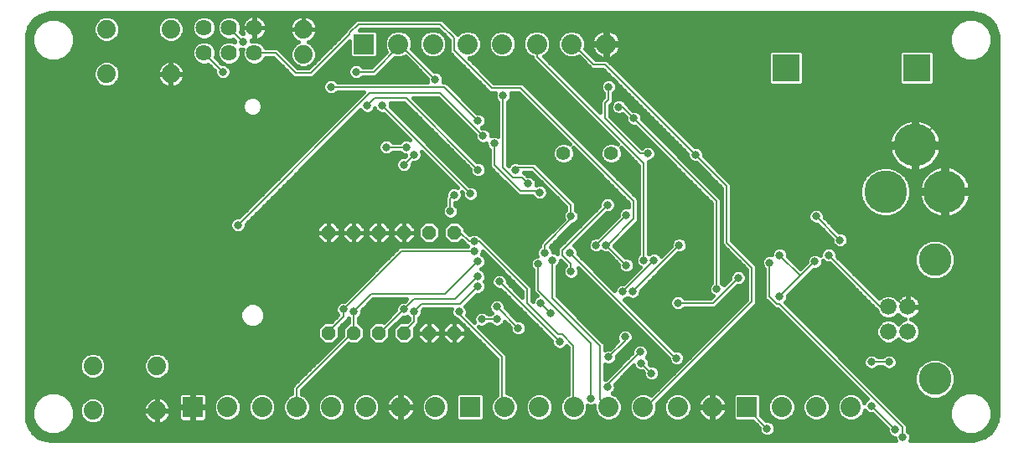
<source format=gbl>
G75*
%MOIN*%
%OFA0B0*%
%FSLAX24Y24*%
%IPPOS*%
%LPD*%
%AMOC8*
5,1,8,0,0,1.08239X$1,22.5*
%
%ADD10C,0.0560*%
%ADD11R,0.1095X0.1095*%
%ADD12OC8,0.0560*%
%ADD13C,0.0640*%
%ADD14C,0.0740*%
%ADD15C,0.1700*%
%ADD16C,0.0660*%
%ADD17C,0.1300*%
%ADD18R,0.0800X0.0800*%
%ADD19C,0.0800*%
%ADD20C,0.0080*%
%ADD21C,0.0320*%
%ADD22C,0.0160*%
%ADD23OC8,0.0320*%
%ADD24C,0.0400*%
D10*
X021980Y012030D03*
X023880Y012030D03*
D11*
X030830Y015430D03*
X036030Y015430D03*
D12*
X017630Y008880D03*
X016630Y008880D03*
X015630Y008880D03*
X014630Y008880D03*
X013630Y008880D03*
X012630Y008880D03*
X012630Y004880D03*
X013630Y004880D03*
X014630Y004880D03*
X015630Y004880D03*
X016630Y004880D03*
X017630Y004880D03*
D13*
X009680Y016030D03*
X008680Y016030D03*
X007680Y016030D03*
X007680Y017030D03*
X008680Y017030D03*
X009680Y017030D03*
D14*
X011630Y016980D03*
X011630Y015980D03*
X006360Y015190D03*
X003800Y015190D03*
X003800Y016970D03*
X006360Y016970D03*
X005810Y003570D03*
X003250Y003570D03*
X003250Y001790D03*
X005810Y001790D03*
D15*
X034781Y010505D03*
X037143Y010505D03*
X035962Y012355D03*
D16*
X035680Y005922D03*
X034900Y005922D03*
X034900Y004938D03*
X035680Y004938D03*
D17*
X036750Y003060D03*
X036750Y007800D03*
D18*
X029277Y001930D03*
X018254Y001930D03*
X007230Y001930D03*
X014030Y016380D03*
D19*
X015408Y016380D03*
X016786Y016380D03*
X018164Y016380D03*
X019542Y016380D03*
X020920Y016380D03*
X022298Y016380D03*
X023676Y016380D03*
X023765Y001930D03*
X025143Y001930D03*
X026521Y001930D03*
X027899Y001930D03*
X030655Y001930D03*
X032033Y001930D03*
X033411Y001930D03*
X022387Y001930D03*
X021010Y001930D03*
X019632Y001930D03*
X016876Y001930D03*
X015498Y001930D03*
X014120Y001930D03*
X012742Y001930D03*
X011364Y001930D03*
X009986Y001930D03*
X008608Y001930D03*
D20*
X011364Y001930D02*
X011380Y001930D01*
X011380Y002680D01*
X013630Y004930D01*
X013630Y004880D01*
X013630Y004930D02*
X013630Y005730D01*
X014330Y006430D01*
X017280Y006430D01*
X018580Y007730D01*
X018430Y008130D02*
X015530Y008130D01*
X013230Y005830D01*
X013230Y005530D01*
X012630Y004930D01*
X012630Y004880D01*
X014630Y004880D02*
X014680Y004880D01*
X015630Y005830D01*
X016030Y006230D01*
X017680Y006230D01*
X018580Y007130D01*
X019430Y006930D02*
X021830Y004530D01*
X021930Y004830D02*
X022380Y004380D01*
X022380Y001930D01*
X022387Y001930D01*
X023080Y002280D02*
X023080Y004480D01*
X020980Y006580D01*
X020980Y007630D01*
X021530Y007780D02*
X021530Y006280D01*
X023430Y004380D01*
X023430Y002230D01*
X023730Y001930D01*
X023765Y001930D01*
X025143Y001930D02*
X025280Y001930D01*
X029480Y006130D01*
X029480Y007480D01*
X028480Y008480D01*
X028480Y010730D01*
X027230Y011980D01*
X023630Y015580D01*
X023180Y015580D01*
X022380Y016380D01*
X022298Y016380D01*
X020930Y016380D02*
X020930Y015880D01*
X025180Y011630D01*
X025180Y007780D01*
X025580Y007780D02*
X024330Y006530D01*
X024730Y006530D02*
X026580Y008380D01*
X025859Y007942D02*
X025830Y007930D01*
X024480Y007580D02*
X023680Y008380D01*
X023730Y008380D01*
X024780Y009430D01*
X024780Y010130D01*
X020280Y014630D01*
X019130Y014630D01*
X017630Y016130D01*
X017630Y016630D01*
X017080Y017180D01*
X013830Y017180D01*
X013480Y016830D01*
X013480Y016780D01*
X011930Y015230D01*
X011330Y015230D01*
X010530Y016030D01*
X009680Y016030D01*
X009230Y016480D02*
X008680Y017030D01*
X007680Y016030D02*
X008430Y015280D01*
X012730Y014680D02*
X017230Y014680D01*
X018580Y013330D01*
X018780Y012730D02*
X017080Y014430D01*
X014280Y014430D01*
X009030Y009180D01*
X015630Y011580D02*
X016030Y011980D01*
X015730Y012280D02*
X014930Y012280D01*
X014780Y013930D02*
X018280Y010430D01*
X017630Y010380D02*
X017480Y010230D01*
X017480Y009730D01*
X017630Y008880D02*
X017880Y008880D01*
X018230Y008530D01*
X018430Y008530D01*
X018630Y008530D01*
X020530Y006630D01*
X020530Y006080D01*
X021780Y004830D01*
X021930Y004830D01*
X023580Y004930D02*
X023580Y005980D01*
X021480Y005680D02*
X021080Y006080D01*
X020180Y005080D02*
X019330Y005930D01*
X019330Y005430D02*
X018730Y005430D01*
X017830Y005630D02*
X017830Y005730D01*
X017830Y005630D02*
X019530Y003930D01*
X019530Y002030D01*
X019630Y001930D01*
X019632Y001930D01*
X023730Y002730D02*
X023730Y002830D01*
X025030Y004130D01*
X025080Y003680D02*
X025480Y003280D01*
X026430Y003880D02*
X026480Y003880D01*
X026430Y003880D02*
X022230Y008080D01*
X021930Y008180D02*
X021930Y007980D01*
X022280Y007630D01*
X022280Y007330D01*
X021930Y008180D02*
X023730Y009980D01*
X024480Y009580D02*
X023280Y008380D01*
X022280Y009430D02*
X021230Y008380D01*
X021230Y008080D01*
X022280Y009430D02*
X022280Y009530D01*
X022280Y009980D01*
X020780Y011480D01*
X020180Y011480D01*
X020080Y011380D01*
X019980Y011080D02*
X019580Y011480D01*
X019580Y014330D01*
X016880Y014980D02*
X015480Y016380D01*
X015408Y016380D01*
X015480Y016330D01*
X014430Y015280D01*
X013730Y015280D01*
X014480Y014230D02*
X014180Y013930D01*
X014480Y014230D02*
X015730Y014230D01*
X018580Y011380D01*
X019230Y011580D02*
X019230Y012430D01*
X019230Y011580D02*
X020280Y010530D01*
X020980Y010530D01*
X021030Y010480D01*
X020580Y010830D02*
X020330Y011080D01*
X019980Y011080D01*
X024530Y012780D02*
X024546Y012796D01*
X024780Y013430D02*
X024330Y013880D01*
X024180Y013880D01*
X023780Y014180D02*
X023630Y014030D01*
X023630Y013430D01*
X025030Y012030D01*
X025330Y012030D01*
X024780Y013430D02*
X028080Y010130D01*
X028080Y006630D01*
X027930Y006080D02*
X026530Y006080D01*
X027930Y006080D02*
X028930Y007080D01*
X030180Y007680D02*
X030180Y006330D01*
X030480Y006030D01*
X030580Y006030D01*
X035480Y001130D01*
X035480Y000730D01*
X035180Y001030D02*
X034230Y001980D01*
X034230Y003730D02*
X034930Y003730D01*
X034900Y005922D02*
X034880Y005930D01*
X034580Y005930D01*
X032530Y007980D01*
X031980Y007730D02*
X031405Y007155D01*
X030580Y007980D01*
X031280Y008280D02*
X033180Y008280D01*
X035430Y006030D01*
X035530Y006030D01*
X035680Y005922D01*
X031405Y007155D02*
X030580Y006330D01*
X032980Y008580D02*
X032030Y009530D01*
X035962Y012355D02*
X035980Y012380D01*
X037080Y013480D01*
X037930Y013480D01*
X023780Y014180D02*
X023780Y014680D01*
X020930Y016380D02*
X020920Y016380D01*
X018580Y006730D02*
X017880Y006030D01*
X016330Y006030D01*
X016030Y005730D01*
X016030Y005330D01*
X015630Y004930D01*
X015630Y004880D01*
X023780Y003930D02*
X024430Y004580D01*
X024430Y004730D01*
X029230Y001930D02*
X029277Y001930D01*
X029230Y001930D02*
X030080Y001080D01*
D21*
X030080Y001080D03*
X034230Y001980D03*
X035180Y001030D03*
X035480Y000730D03*
X034930Y003730D03*
X034230Y003730D03*
X030580Y006330D03*
X028930Y007080D03*
X028080Y006630D03*
X026530Y006080D03*
X024730Y006530D03*
X024330Y006530D03*
X023580Y005980D03*
X023580Y004930D03*
X024430Y004730D03*
X025030Y004130D03*
X025080Y003680D03*
X025480Y003280D03*
X026480Y003880D03*
X023780Y003930D03*
X021830Y004530D03*
X020180Y005080D03*
X019330Y005430D03*
X018730Y005430D03*
X017830Y005730D03*
X019330Y005930D03*
X018580Y006730D03*
X019430Y006930D03*
X018580Y007130D03*
X018580Y007730D03*
X018430Y008130D03*
X018430Y008530D03*
X018680Y008930D03*
X017480Y009730D03*
X017630Y010380D03*
X018280Y010430D03*
X018580Y011380D03*
X020080Y011380D03*
X020580Y010830D03*
X021030Y010480D03*
X022280Y009530D03*
X023730Y009980D03*
X024480Y009580D03*
X023680Y008380D03*
X023280Y008380D03*
X022230Y008080D03*
X021530Y007780D03*
X020980Y007630D03*
X021230Y008080D03*
X021930Y008680D03*
X022280Y007330D03*
X024480Y007580D03*
X025180Y007780D03*
X025580Y007780D03*
X026580Y008380D03*
X030180Y007680D03*
X030580Y007980D03*
X031980Y007730D03*
X032530Y007980D03*
X032980Y008580D03*
X032030Y009530D03*
X027230Y011980D03*
X025330Y012030D03*
X024780Y013430D03*
X024180Y013880D03*
X023780Y014680D03*
X019580Y014330D03*
X018580Y013330D03*
X018780Y012730D03*
X019230Y012430D03*
X016030Y011980D03*
X015730Y012280D03*
X014930Y012280D03*
X015630Y011580D03*
X014780Y013930D03*
X014180Y013930D03*
X012730Y014680D03*
X013730Y015280D03*
X016880Y014980D03*
X009230Y016480D03*
X008430Y015280D03*
X009030Y009180D03*
X013230Y005830D03*
X013630Y005730D03*
X015630Y005830D03*
X016030Y005730D03*
X021080Y006080D03*
X021480Y005680D03*
X023730Y002730D03*
X023080Y002280D03*
X037930Y013480D03*
D22*
X001128Y000713D02*
X000890Y000886D01*
X000717Y001124D01*
X000626Y001404D01*
X000614Y001551D01*
X000614Y016654D01*
X000626Y016805D01*
X000719Y017092D01*
X000897Y017337D01*
X001142Y017515D01*
X001429Y017608D01*
X001580Y017620D01*
X001580Y017620D01*
X001655Y017620D01*
X038132Y017620D01*
X038136Y017616D01*
X038206Y017620D01*
X038221Y017620D01*
X038366Y017616D01*
X038664Y017537D01*
X038924Y017369D01*
X039119Y017129D01*
X039230Y016840D01*
X039250Y016688D01*
X039250Y001605D01*
X039238Y001450D01*
X039142Y001153D01*
X038959Y000901D01*
X038707Y000718D01*
X038410Y000622D01*
X038255Y000610D01*
X035777Y000610D01*
X035800Y000666D01*
X035800Y000794D01*
X035751Y000911D01*
X035680Y000983D01*
X035680Y001213D01*
X030798Y006095D01*
X030851Y006149D01*
X030900Y006266D01*
X030900Y006367D01*
X031488Y006955D01*
X031605Y007072D01*
X031943Y007410D01*
X032044Y007410D01*
X032161Y007459D01*
X032251Y007549D01*
X032300Y007666D01*
X032300Y007757D01*
X032349Y007709D01*
X032466Y007660D01*
X032567Y007660D01*
X034380Y005847D01*
X034415Y005812D01*
X034485Y005645D01*
X034622Y005507D01*
X034803Y005432D01*
X034997Y005432D01*
X035178Y005507D01*
X035278Y005607D01*
X035291Y005590D01*
X035348Y005533D01*
X035413Y005486D01*
X035484Y005449D01*
X035561Y005425D01*
X035571Y005423D01*
X035402Y005353D01*
X035290Y005241D01*
X035178Y005353D01*
X034997Y005428D01*
X034803Y005428D01*
X034622Y005353D01*
X034485Y005215D01*
X034410Y005035D01*
X034410Y004840D01*
X034485Y004660D01*
X034622Y004522D01*
X034803Y004448D01*
X034997Y004448D01*
X035178Y004522D01*
X035290Y004635D01*
X035402Y004522D01*
X035583Y004448D01*
X035777Y004448D01*
X035958Y004522D01*
X036095Y004660D01*
X036170Y004840D01*
X036170Y005035D01*
X036095Y005215D01*
X035958Y005353D01*
X035789Y005423D01*
X035799Y005425D01*
X035876Y005449D01*
X035947Y005486D01*
X036012Y005533D01*
X036069Y005590D01*
X036116Y005655D01*
X036153Y005726D01*
X036177Y005803D01*
X036190Y005882D01*
X036190Y005912D01*
X035690Y005912D01*
X035690Y005932D01*
X036190Y005932D01*
X036190Y005962D01*
X036177Y006042D01*
X036153Y006118D01*
X036116Y006189D01*
X036069Y006254D01*
X036012Y006311D01*
X035947Y006358D01*
X035876Y006395D01*
X035799Y006420D01*
X035720Y006432D01*
X035690Y006432D01*
X035690Y005932D01*
X035670Y005932D01*
X035670Y006432D01*
X035640Y006432D01*
X035561Y006420D01*
X035484Y006395D01*
X035413Y006358D01*
X035348Y006311D01*
X035291Y006254D01*
X035278Y006237D01*
X035178Y006338D01*
X034997Y006412D01*
X034803Y006412D01*
X034622Y006338D01*
X034539Y006254D01*
X032850Y007943D01*
X032850Y008044D01*
X032801Y008161D01*
X032711Y008251D01*
X032594Y008300D01*
X032466Y008300D01*
X032349Y008251D01*
X032259Y008161D01*
X032210Y008044D01*
X032210Y007953D01*
X032161Y008001D01*
X032044Y008050D01*
X031916Y008050D01*
X031799Y008001D01*
X031709Y007911D01*
X031660Y007794D01*
X031660Y007693D01*
X031405Y007438D01*
X030900Y007943D01*
X030900Y008044D01*
X030851Y008161D01*
X030761Y008251D01*
X030644Y008300D01*
X030516Y008300D01*
X030399Y008251D01*
X030309Y008161D01*
X030260Y008044D01*
X030260Y007993D01*
X030244Y008000D01*
X030116Y008000D01*
X029999Y007951D01*
X029909Y007861D01*
X029860Y007744D01*
X029860Y007616D01*
X029909Y007499D01*
X029980Y007427D01*
X029980Y006247D01*
X030097Y006130D01*
X030397Y005830D01*
X030497Y005830D01*
X034068Y002259D01*
X034049Y002251D01*
X033959Y002161D01*
X033940Y002116D01*
X033886Y002247D01*
X033728Y002405D01*
X033522Y002490D01*
X033300Y002490D01*
X033094Y002405D01*
X032936Y002247D01*
X032851Y002041D01*
X032851Y001819D01*
X032936Y001613D01*
X033094Y001455D01*
X033300Y001370D01*
X033522Y001370D01*
X033728Y001455D01*
X033886Y001613D01*
X033962Y001796D01*
X034049Y001709D01*
X034166Y001660D01*
X034267Y001660D01*
X034860Y001067D01*
X034860Y000966D01*
X034909Y000849D01*
X034999Y000759D01*
X035116Y000710D01*
X035160Y000710D01*
X035160Y000666D01*
X035183Y000610D01*
X001555Y000610D01*
X001408Y000622D01*
X001128Y000713D01*
X001080Y000747D02*
X035027Y000747D01*
X034885Y000906D02*
X030354Y000906D01*
X030351Y000899D02*
X030400Y001016D01*
X030400Y001144D01*
X030351Y001261D01*
X030261Y001351D01*
X030144Y001400D01*
X030043Y001400D01*
X029837Y001606D01*
X029837Y002396D01*
X029744Y002490D01*
X028811Y002490D01*
X028717Y002396D01*
X028717Y001464D01*
X028811Y001370D01*
X029507Y001370D01*
X029760Y001117D01*
X029760Y001016D01*
X029809Y000899D01*
X029899Y000809D01*
X030016Y000760D01*
X030144Y000760D01*
X030261Y000809D01*
X030351Y000899D01*
X030400Y001064D02*
X034860Y001064D01*
X034705Y001223D02*
X030367Y001223D01*
X030517Y001381D02*
X030190Y001381D01*
X030338Y001455D02*
X030544Y001370D01*
X030767Y001370D01*
X030972Y001455D01*
X031130Y001613D01*
X031215Y001819D01*
X031215Y002041D01*
X031130Y002247D01*
X030972Y002405D01*
X030767Y002490D01*
X030544Y002490D01*
X030338Y002405D01*
X030180Y002247D01*
X030095Y002041D01*
X030095Y001819D01*
X030180Y001613D01*
X030338Y001455D01*
X030254Y001540D02*
X029903Y001540D01*
X029837Y001698D02*
X030145Y001698D01*
X030095Y001857D02*
X029837Y001857D01*
X029837Y002015D02*
X030095Y002015D01*
X030150Y002174D02*
X029837Y002174D01*
X029837Y002332D02*
X030265Y002332D01*
X031045Y002332D02*
X031643Y002332D01*
X031716Y002405D02*
X031558Y002247D01*
X031473Y002041D01*
X031473Y001819D01*
X031558Y001613D01*
X031716Y001455D01*
X031922Y001370D01*
X032145Y001370D01*
X032350Y001455D01*
X032508Y001613D01*
X032593Y001819D01*
X032593Y002041D01*
X032508Y002247D01*
X032350Y002405D01*
X032145Y002490D01*
X031922Y002490D01*
X031716Y002405D01*
X031528Y002174D02*
X031160Y002174D01*
X031215Y002015D02*
X031473Y002015D01*
X031473Y001857D02*
X031215Y001857D01*
X031165Y001698D02*
X031523Y001698D01*
X031632Y001540D02*
X031057Y001540D01*
X030793Y001381D02*
X031895Y001381D01*
X032171Y001381D02*
X033273Y001381D01*
X033549Y001381D02*
X034546Y001381D01*
X034388Y001540D02*
X033813Y001540D01*
X033921Y001698D02*
X034075Y001698D01*
X033971Y002174D02*
X033916Y002174D01*
X033995Y002332D02*
X033801Y002332D01*
X033837Y002491D02*
X028051Y002491D01*
X028035Y002496D02*
X027945Y002510D01*
X027937Y002510D01*
X027937Y001968D01*
X027861Y001968D01*
X027861Y001892D01*
X027319Y001892D01*
X027319Y001884D01*
X027334Y001794D01*
X027362Y001707D01*
X027403Y001626D01*
X027457Y001552D01*
X027521Y001488D01*
X027595Y001434D01*
X027677Y001392D01*
X027763Y001364D01*
X027854Y001350D01*
X027861Y001350D01*
X027861Y001892D01*
X027937Y001892D01*
X027937Y001350D01*
X027945Y001350D01*
X028035Y001364D01*
X028122Y001392D01*
X028203Y001434D01*
X028277Y001488D01*
X028342Y001552D01*
X028395Y001626D01*
X028437Y001707D01*
X028465Y001794D01*
X028479Y001884D01*
X028479Y001892D01*
X027937Y001892D01*
X027937Y001968D01*
X028479Y001968D01*
X028479Y001976D01*
X028465Y002066D01*
X028437Y002153D01*
X028395Y002234D01*
X028342Y002308D01*
X028277Y002372D01*
X028203Y002426D01*
X028122Y002468D01*
X028035Y002496D01*
X027937Y002491D02*
X027861Y002491D01*
X027861Y002510D02*
X027854Y002510D01*
X027763Y002496D01*
X027677Y002468D01*
X027595Y002426D01*
X027521Y002372D01*
X027457Y002308D01*
X027403Y002234D01*
X027362Y002153D01*
X027334Y002066D01*
X027319Y001976D01*
X027319Y001968D01*
X027861Y001968D01*
X027861Y002510D01*
X027747Y002491D02*
X026123Y002491D01*
X026204Y002405D02*
X026047Y002247D01*
X025961Y002041D01*
X025961Y001819D01*
X026047Y001613D01*
X026204Y001455D01*
X026410Y001370D01*
X026633Y001370D01*
X026839Y001455D01*
X026996Y001613D01*
X027081Y001819D01*
X027081Y002041D01*
X026996Y002247D01*
X026839Y002405D01*
X026633Y002490D01*
X026410Y002490D01*
X026204Y002405D01*
X026131Y002332D02*
X025965Y002332D01*
X026016Y002174D02*
X025806Y002174D01*
X025695Y002062D02*
X029563Y005930D01*
X029680Y006047D01*
X029680Y007563D01*
X028680Y008563D01*
X028680Y010813D01*
X027550Y011943D01*
X027550Y012044D01*
X027501Y012161D01*
X027411Y012251D01*
X027294Y012300D01*
X027193Y012300D01*
X023830Y015663D01*
X023713Y015780D01*
X023263Y015780D01*
X022833Y016210D01*
X022858Y016269D01*
X022858Y016491D01*
X022772Y016697D01*
X022615Y016855D01*
X022409Y016940D01*
X022186Y016940D01*
X021981Y016855D01*
X021823Y016697D01*
X021738Y016491D01*
X021738Y016269D01*
X021823Y016063D01*
X021981Y015905D01*
X022186Y015820D01*
X022409Y015820D01*
X022585Y015893D01*
X023097Y015380D01*
X023547Y015380D01*
X026910Y012017D01*
X026910Y011916D01*
X026959Y011799D01*
X027049Y011709D01*
X027166Y011660D01*
X027267Y011660D01*
X028280Y010647D01*
X028280Y008397D01*
X028397Y008280D01*
X029280Y007397D01*
X029280Y006213D01*
X025466Y002399D01*
X025461Y002405D01*
X025255Y002490D01*
X025032Y002490D01*
X024826Y002405D01*
X024669Y002247D01*
X024583Y002041D01*
X024583Y001819D01*
X024669Y001613D01*
X024826Y001455D01*
X025032Y001370D01*
X025255Y001370D01*
X025461Y001455D01*
X025618Y001613D01*
X025703Y001819D01*
X025703Y002041D01*
X025695Y002062D01*
X025703Y002015D02*
X025961Y002015D01*
X025961Y001857D02*
X025703Y001857D01*
X025653Y001698D02*
X026011Y001698D01*
X026120Y001540D02*
X025545Y001540D01*
X025281Y001381D02*
X026383Y001381D01*
X026659Y001381D02*
X027712Y001381D01*
X027861Y001381D02*
X027937Y001381D01*
X028087Y001381D02*
X028800Y001381D01*
X028717Y001540D02*
X028329Y001540D01*
X028432Y001698D02*
X028717Y001698D01*
X028717Y001857D02*
X028475Y001857D01*
X028473Y002015D02*
X028717Y002015D01*
X028717Y002174D02*
X028426Y002174D01*
X028318Y002332D02*
X028717Y002332D01*
X027937Y002332D02*
X027861Y002332D01*
X027861Y002174D02*
X027937Y002174D01*
X027937Y002015D02*
X027861Y002015D01*
X027861Y001857D02*
X027937Y001857D01*
X027937Y001698D02*
X027861Y001698D01*
X027861Y001540D02*
X027937Y001540D01*
X027470Y001540D02*
X026923Y001540D01*
X027031Y001698D02*
X027367Y001698D01*
X027324Y001857D02*
X027081Y001857D01*
X027081Y002015D02*
X027326Y002015D01*
X027372Y002174D02*
X027027Y002174D01*
X026911Y002332D02*
X027481Y002332D01*
X026440Y002808D02*
X033520Y002808D01*
X033361Y002966D02*
X026599Y002966D01*
X026757Y003125D02*
X033203Y003125D01*
X033044Y003283D02*
X026916Y003283D01*
X027074Y003442D02*
X032886Y003442D01*
X032727Y003600D02*
X027233Y003600D01*
X027391Y003759D02*
X032569Y003759D01*
X032410Y003917D02*
X027550Y003917D01*
X027708Y004076D02*
X032252Y004076D01*
X032093Y004234D02*
X027867Y004234D01*
X028025Y004393D02*
X031935Y004393D01*
X031776Y004551D02*
X028184Y004551D01*
X028342Y004710D02*
X031618Y004710D01*
X031459Y004868D02*
X028501Y004868D01*
X028659Y005027D02*
X031301Y005027D01*
X031142Y005185D02*
X028818Y005185D01*
X028976Y005344D02*
X030984Y005344D01*
X030825Y005502D02*
X029135Y005502D01*
X029293Y005661D02*
X030667Y005661D01*
X030508Y005819D02*
X029452Y005819D01*
X029610Y005978D02*
X030250Y005978D01*
X030091Y006136D02*
X029680Y006136D01*
X029680Y006295D02*
X029980Y006295D01*
X029980Y006453D02*
X029680Y006453D01*
X029680Y006612D02*
X029980Y006612D01*
X029980Y006770D02*
X029680Y006770D01*
X029680Y006929D02*
X029980Y006929D01*
X029980Y007087D02*
X029680Y007087D01*
X029680Y007246D02*
X029980Y007246D01*
X029980Y007404D02*
X029680Y007404D01*
X029680Y007563D02*
X029882Y007563D01*
X029860Y007721D02*
X029522Y007721D01*
X029363Y007880D02*
X029927Y007880D01*
X030260Y008038D02*
X029205Y008038D01*
X029046Y008197D02*
X030344Y008197D01*
X030816Y008197D02*
X032294Y008197D01*
X032210Y008038D02*
X032073Y008038D01*
X031887Y008038D02*
X030900Y008038D01*
X030963Y007880D02*
X031696Y007880D01*
X031660Y007721D02*
X031122Y007721D01*
X031280Y007563D02*
X031530Y007563D01*
X031937Y007404D02*
X032823Y007404D01*
X032665Y007563D02*
X032257Y007563D01*
X032300Y007721D02*
X032336Y007721D01*
X032913Y007880D02*
X035940Y007880D01*
X035940Y007961D02*
X035940Y007639D01*
X036063Y007341D01*
X036291Y007113D01*
X036589Y006990D01*
X036911Y006990D01*
X037209Y007113D01*
X037437Y007341D01*
X037560Y007639D01*
X037560Y007961D01*
X037437Y008259D01*
X037209Y008487D01*
X036911Y008610D01*
X036589Y008610D01*
X036291Y008487D01*
X036063Y008259D01*
X035940Y007961D01*
X035972Y008038D02*
X032850Y008038D01*
X032766Y008197D02*
X036038Y008197D01*
X036159Y008355D02*
X033208Y008355D01*
X033251Y008399D02*
X033161Y008309D01*
X033044Y008260D01*
X032916Y008260D01*
X032799Y008309D01*
X032709Y008399D01*
X032660Y008516D01*
X032660Y008617D01*
X032067Y009210D01*
X031966Y009210D01*
X031849Y009259D01*
X031759Y009349D01*
X031710Y009466D01*
X031710Y009594D01*
X031759Y009711D01*
X031849Y009801D01*
X031966Y009850D01*
X032094Y009850D01*
X032211Y009801D01*
X032301Y009711D01*
X032350Y009594D01*
X032350Y009493D01*
X032943Y008900D01*
X033044Y008900D01*
X033161Y008851D01*
X033251Y008761D01*
X033300Y008644D01*
X033300Y008516D01*
X033251Y008399D01*
X033299Y008514D02*
X036356Y008514D01*
X037144Y008514D02*
X039250Y008514D01*
X039250Y008672D02*
X033288Y008672D01*
X033182Y008831D02*
X039250Y008831D01*
X039250Y008989D02*
X032854Y008989D01*
X032695Y009148D02*
X039250Y009148D01*
X039250Y009306D02*
X032537Y009306D01*
X032378Y009465D02*
X039250Y009465D01*
X039250Y009623D02*
X037675Y009623D01*
X037642Y009602D02*
X037740Y009664D01*
X037830Y009736D01*
X037912Y009818D01*
X037984Y009908D01*
X038046Y010006D01*
X038096Y010110D01*
X038134Y010219D01*
X038160Y010332D01*
X038170Y010425D01*
X037223Y010425D01*
X037223Y010585D01*
X038170Y010585D01*
X038160Y010678D01*
X038134Y010791D01*
X038096Y010900D01*
X038046Y011004D01*
X037984Y011102D01*
X037912Y011192D01*
X037830Y011274D01*
X037740Y011346D01*
X037642Y011408D01*
X037538Y011458D01*
X037428Y011496D01*
X037316Y011522D01*
X037223Y011533D01*
X037223Y010585D01*
X037063Y010585D01*
X037063Y011533D01*
X036970Y011522D01*
X036857Y011496D01*
X036748Y011458D01*
X036644Y011408D01*
X036546Y011346D01*
X036455Y011274D01*
X036374Y011192D01*
X036302Y011102D01*
X036240Y011004D01*
X036190Y010900D01*
X036152Y010791D01*
X036126Y010678D01*
X036115Y010585D01*
X037063Y010585D01*
X037063Y010425D01*
X037223Y010425D01*
X037223Y009477D01*
X037316Y009488D01*
X037428Y009514D01*
X037538Y009552D01*
X037642Y009602D01*
X037876Y009782D02*
X039250Y009782D01*
X039250Y009940D02*
X038004Y009940D01*
X038090Y010099D02*
X039250Y010099D01*
X039250Y010257D02*
X038143Y010257D01*
X038169Y010416D02*
X039250Y010416D01*
X039250Y010574D02*
X037223Y010574D01*
X037223Y010416D02*
X037063Y010416D01*
X037063Y010425D02*
X037063Y009477D01*
X036970Y009488D01*
X036857Y009514D01*
X036748Y009552D01*
X036644Y009602D01*
X036546Y009664D01*
X036455Y009736D01*
X036374Y009818D01*
X036302Y009908D01*
X036240Y010006D01*
X036190Y010110D01*
X036152Y010219D01*
X036126Y010332D01*
X036115Y010425D01*
X037063Y010425D01*
X037063Y010574D02*
X035791Y010574D01*
X035791Y010638D02*
X035791Y010372D01*
X035722Y010115D01*
X035589Y009885D01*
X035401Y009697D01*
X035171Y009564D01*
X034914Y009495D01*
X034648Y009495D01*
X034391Y009564D01*
X034161Y009697D01*
X033972Y009885D01*
X033839Y010115D01*
X033771Y010372D01*
X033771Y010638D01*
X033839Y010895D01*
X033972Y011125D01*
X034161Y011313D01*
X034391Y011446D01*
X034648Y011515D01*
X034914Y011515D01*
X035171Y011446D01*
X035401Y011313D01*
X035589Y011125D01*
X035722Y010895D01*
X035791Y010638D01*
X035765Y010733D02*
X036138Y010733D01*
X036187Y010891D02*
X035723Y010891D01*
X035633Y011050D02*
X036269Y011050D01*
X036389Y011208D02*
X035506Y011208D01*
X035567Y011402D02*
X035676Y011364D01*
X035789Y011338D01*
X035882Y011328D01*
X035882Y012275D01*
X036042Y012275D01*
X036042Y011328D01*
X036135Y011338D01*
X036247Y011364D01*
X036357Y011402D01*
X036461Y011452D01*
X036559Y011514D01*
X036649Y011586D01*
X036731Y011668D01*
X036803Y011758D01*
X036865Y011856D01*
X036915Y011961D01*
X036953Y012070D01*
X036979Y012183D01*
X036989Y012275D01*
X036042Y012275D01*
X036042Y012435D01*
X036989Y012435D01*
X036979Y012528D01*
X036953Y012641D01*
X036915Y012750D01*
X036865Y012854D01*
X036803Y012952D01*
X036731Y013043D01*
X036649Y013125D01*
X036559Y013197D01*
X036461Y013258D01*
X036357Y013308D01*
X036247Y013347D01*
X036135Y013372D01*
X036042Y013383D01*
X036042Y012435D01*
X035882Y012435D01*
X035882Y012275D01*
X034934Y012275D01*
X034945Y012183D01*
X034970Y012070D01*
X035009Y011961D01*
X035059Y011856D01*
X035120Y011758D01*
X035193Y011668D01*
X035274Y011586D01*
X035365Y011514D01*
X035463Y011452D01*
X035567Y011402D01*
X035669Y011367D02*
X035308Y011367D01*
X035351Y011525D02*
X027968Y011525D01*
X028126Y011367D02*
X034253Y011367D01*
X034055Y011208D02*
X028285Y011208D01*
X028443Y011050D02*
X033929Y011050D01*
X033838Y010891D02*
X028602Y010891D01*
X028680Y010733D02*
X033796Y010733D01*
X033771Y010574D02*
X028680Y010574D01*
X028680Y010416D02*
X033771Y010416D01*
X033801Y010257D02*
X028680Y010257D01*
X028680Y010099D02*
X033849Y010099D01*
X033941Y009940D02*
X028680Y009940D01*
X028680Y009782D02*
X031829Y009782D01*
X031722Y009623D02*
X028680Y009623D01*
X028680Y009465D02*
X031711Y009465D01*
X031801Y009306D02*
X028680Y009306D01*
X028680Y009148D02*
X032130Y009148D01*
X032288Y008989D02*
X028680Y008989D01*
X028680Y008831D02*
X032447Y008831D01*
X032605Y008672D02*
X028680Y008672D01*
X028729Y008514D02*
X032661Y008514D01*
X032752Y008355D02*
X028888Y008355D01*
X028639Y008038D02*
X028280Y008038D01*
X028280Y007880D02*
X028798Y007880D01*
X028956Y007721D02*
X028280Y007721D01*
X028280Y007563D02*
X029115Y007563D01*
X028994Y007400D02*
X028866Y007400D01*
X028749Y007351D01*
X028659Y007261D01*
X028610Y007144D01*
X028610Y007043D01*
X028359Y006792D01*
X028351Y006811D01*
X028280Y006883D01*
X028280Y010213D01*
X025100Y013393D01*
X025100Y013494D01*
X025051Y013611D01*
X024961Y013701D01*
X024844Y013750D01*
X024743Y013750D01*
X024465Y014028D01*
X024451Y014061D01*
X024866Y014061D01*
X024708Y014220D02*
X023980Y014220D01*
X023999Y014151D02*
X023980Y014133D01*
X023980Y014427D01*
X024051Y014499D01*
X024100Y014616D01*
X024100Y014744D01*
X024051Y014861D01*
X023961Y014951D01*
X023844Y015000D01*
X023716Y015000D01*
X023599Y014951D01*
X023509Y014861D01*
X023460Y014744D01*
X023460Y014616D01*
X023509Y014499D01*
X023580Y014427D01*
X023580Y014263D01*
X023547Y014230D01*
X023430Y014113D01*
X023430Y013663D01*
X021202Y015891D01*
X021237Y015905D01*
X021395Y016063D01*
X021480Y016269D01*
X021480Y016491D01*
X021395Y016697D01*
X021237Y016855D01*
X021031Y016940D01*
X020808Y016940D01*
X020603Y016855D01*
X020445Y016697D01*
X020360Y016491D01*
X020360Y016269D01*
X020445Y016063D01*
X020603Y015905D01*
X020730Y015852D01*
X020730Y015797D01*
X024121Y012407D01*
X023968Y012470D01*
X023792Y012470D01*
X023631Y012403D01*
X023507Y012279D01*
X023440Y012118D01*
X023440Y011942D01*
X023507Y011781D01*
X023631Y011657D01*
X023792Y011590D01*
X023968Y011590D01*
X024129Y011657D01*
X024253Y011781D01*
X024320Y011942D01*
X024320Y012118D01*
X024257Y012271D01*
X024980Y011547D01*
X024980Y008033D01*
X024909Y007961D01*
X024860Y007844D01*
X024860Y007716D01*
X024909Y007599D01*
X024999Y007509D01*
X025018Y007501D01*
X024367Y006850D01*
X024266Y006850D01*
X024149Y006801D01*
X024059Y006711D01*
X024010Y006594D01*
X024010Y006583D01*
X022550Y008043D01*
X022550Y008144D01*
X022501Y008261D01*
X022411Y008351D01*
X022392Y008359D01*
X023693Y009660D01*
X023794Y009660D01*
X023911Y009709D01*
X024001Y009799D01*
X024050Y009916D01*
X024050Y010044D01*
X024001Y010161D01*
X023911Y010251D01*
X023794Y010300D01*
X023666Y010300D01*
X023549Y010251D01*
X023459Y010161D01*
X023410Y010044D01*
X023410Y009943D01*
X021730Y008263D01*
X021730Y008033D01*
X021711Y008051D01*
X021594Y008100D01*
X021550Y008100D01*
X021550Y008144D01*
X021501Y008261D01*
X021448Y008315D01*
X022343Y009210D01*
X022344Y009210D01*
X022461Y009259D01*
X022551Y009349D01*
X022600Y009466D01*
X022600Y009594D01*
X022551Y009711D01*
X022480Y009783D01*
X022480Y010063D01*
X022363Y010180D01*
X022363Y010180D01*
X020863Y011680D01*
X020192Y011680D01*
X020144Y011700D01*
X020016Y011700D01*
X019899Y011651D01*
X019809Y011561D01*
X019801Y011542D01*
X019780Y011563D01*
X019780Y014077D01*
X019851Y014149D01*
X019900Y014266D01*
X019900Y014394D01*
X019885Y014430D01*
X020197Y014430D01*
X022221Y012407D01*
X022068Y012470D01*
X021892Y012470D01*
X021731Y012403D01*
X021607Y012279D01*
X021540Y012118D01*
X021540Y011942D01*
X021607Y011781D01*
X021731Y011657D01*
X021892Y011590D01*
X022068Y011590D01*
X022229Y011657D01*
X022353Y011781D01*
X022420Y011942D01*
X022420Y012118D01*
X022357Y012271D01*
X024580Y010047D01*
X024580Y009885D01*
X024544Y009900D01*
X024416Y009900D01*
X024299Y009851D01*
X024209Y009761D01*
X024160Y009644D01*
X024160Y009543D01*
X023317Y008700D01*
X023216Y008700D01*
X023099Y008651D01*
X023009Y008561D01*
X022960Y008444D01*
X022960Y008316D01*
X023009Y008199D01*
X023099Y008109D01*
X023216Y008060D01*
X023344Y008060D01*
X023461Y008109D01*
X023480Y008127D01*
X023499Y008109D01*
X023616Y008060D01*
X023717Y008060D01*
X024160Y007617D01*
X024160Y007516D01*
X024209Y007399D01*
X024299Y007309D01*
X024416Y007260D01*
X024544Y007260D01*
X024661Y007309D01*
X024751Y007399D01*
X024800Y007516D01*
X024800Y007644D01*
X024751Y007761D01*
X024661Y007851D01*
X024544Y007900D01*
X024443Y007900D01*
X024000Y008343D01*
X024000Y008367D01*
X024980Y009347D01*
X024980Y010213D01*
X024863Y010330D01*
X020363Y014830D01*
X019213Y014830D01*
X018223Y015820D01*
X018275Y015820D01*
X018481Y015905D01*
X018639Y016063D01*
X018724Y016269D01*
X018724Y016491D01*
X018639Y016697D01*
X018481Y016855D01*
X018275Y016940D01*
X018052Y016940D01*
X017847Y016855D01*
X017767Y016775D01*
X017713Y016830D01*
X017163Y017380D01*
X013747Y017380D01*
X013630Y017263D01*
X013280Y016913D01*
X013280Y016863D01*
X011847Y015430D01*
X011413Y015430D01*
X010613Y016230D01*
X010117Y016230D01*
X010087Y016302D01*
X009952Y016437D01*
X009775Y016510D01*
X009585Y016510D01*
X009550Y016496D01*
X009550Y016544D01*
X009549Y016547D01*
X009563Y016542D01*
X009641Y016530D01*
X009671Y016530D01*
X009671Y017021D01*
X009180Y017021D01*
X009180Y016991D01*
X009192Y016913D01*
X009217Y016838D01*
X009236Y016800D01*
X009193Y016800D01*
X009130Y016863D01*
X009160Y016935D01*
X009160Y017125D01*
X009087Y017302D01*
X008952Y017437D01*
X008775Y017510D01*
X008585Y017510D01*
X008408Y017437D01*
X008273Y017302D01*
X008200Y017125D01*
X008200Y016935D01*
X008273Y016758D01*
X008408Y016623D01*
X008585Y016550D01*
X008775Y016550D01*
X008847Y016580D01*
X008910Y016517D01*
X008910Y016454D01*
X008775Y016510D01*
X008585Y016510D01*
X008408Y016437D01*
X008273Y016302D01*
X008200Y016125D01*
X008200Y015935D01*
X008273Y015758D01*
X008408Y015623D01*
X008464Y015600D01*
X008393Y015600D01*
X008130Y015863D01*
X008160Y015935D01*
X008160Y016125D01*
X008087Y016302D01*
X007952Y016437D01*
X007775Y016510D01*
X007585Y016510D01*
X007408Y016437D01*
X007273Y016302D01*
X007200Y016125D01*
X007200Y015935D01*
X007273Y015758D01*
X007408Y015623D01*
X007585Y015550D01*
X007775Y015550D01*
X007847Y015580D01*
X008110Y015317D01*
X008110Y015216D01*
X008159Y015099D01*
X008249Y015009D01*
X008366Y014960D01*
X008494Y014960D01*
X008611Y015009D01*
X008701Y015099D01*
X008750Y015216D01*
X008750Y015344D01*
X008701Y015461D01*
X008613Y015550D01*
X008775Y015550D01*
X008952Y015623D01*
X009087Y015758D01*
X009160Y015935D01*
X009160Y016125D01*
X009141Y016170D01*
X009166Y016160D01*
X009214Y016160D01*
X009200Y016125D01*
X009200Y015935D01*
X009273Y015758D01*
X009408Y015623D01*
X009585Y015550D01*
X009775Y015550D01*
X009952Y015623D01*
X010087Y015758D01*
X010117Y015830D01*
X010447Y015830D01*
X011130Y015147D01*
X011247Y015030D01*
X012013Y015030D01*
X013470Y016487D01*
X013470Y015914D01*
X013564Y015820D01*
X014496Y015820D01*
X014590Y015914D01*
X014590Y016846D01*
X014496Y016940D01*
X013873Y016940D01*
X013913Y016980D01*
X016997Y016980D01*
X017430Y016547D01*
X017430Y016047D01*
X018930Y014547D01*
X019047Y014430D01*
X019275Y014430D01*
X019260Y014394D01*
X019260Y014266D01*
X019309Y014149D01*
X019380Y014077D01*
X019380Y012714D01*
X019294Y012750D01*
X019166Y012750D01*
X019100Y012723D01*
X019100Y012794D01*
X019051Y012911D01*
X018961Y013001D01*
X018844Y013050D01*
X018743Y013050D01*
X018742Y013051D01*
X018761Y013059D01*
X018851Y013149D01*
X018900Y013266D01*
X018900Y013394D01*
X018851Y013511D01*
X018761Y013601D01*
X018644Y013650D01*
X018543Y013650D01*
X017430Y014763D01*
X017313Y014880D01*
X017185Y014880D01*
X017200Y014916D01*
X017200Y015044D01*
X017151Y015161D01*
X017061Y015251D01*
X016944Y015300D01*
X016843Y015300D01*
X015941Y016202D01*
X015968Y016269D01*
X015968Y016491D01*
X015883Y016697D01*
X015725Y016855D01*
X015519Y016940D01*
X015297Y016940D01*
X015091Y016855D01*
X014933Y016697D01*
X014848Y016491D01*
X014848Y016269D01*
X014932Y016065D01*
X014347Y015480D01*
X013983Y015480D01*
X013911Y015551D01*
X013794Y015600D01*
X013666Y015600D01*
X013549Y015551D01*
X013459Y015461D01*
X013410Y015344D01*
X013410Y015216D01*
X013459Y015099D01*
X013549Y015009D01*
X013666Y014960D01*
X013794Y014960D01*
X013911Y015009D01*
X013983Y015080D01*
X014513Y015080D01*
X015266Y015833D01*
X015297Y015820D01*
X015519Y015820D01*
X015688Y015890D01*
X016560Y015017D01*
X016560Y014916D01*
X016575Y014880D01*
X012983Y014880D01*
X012911Y014951D01*
X012794Y015000D01*
X012666Y015000D01*
X012549Y014951D01*
X012459Y014861D01*
X012410Y014744D01*
X012410Y014616D01*
X012459Y014499D01*
X012549Y014409D01*
X012666Y014360D01*
X012794Y014360D01*
X012911Y014409D01*
X012983Y014480D01*
X014047Y014480D01*
X009067Y009500D01*
X008966Y009500D01*
X008849Y009451D01*
X008759Y009361D01*
X008710Y009244D01*
X008710Y009116D01*
X008759Y008999D01*
X008849Y008909D01*
X008966Y008860D01*
X009094Y008860D01*
X009211Y008909D01*
X009301Y008999D01*
X009350Y009116D01*
X009350Y009217D01*
X013901Y013768D01*
X013909Y013749D01*
X013999Y013659D01*
X014116Y013610D01*
X014244Y013610D01*
X014361Y013659D01*
X014451Y013749D01*
X014480Y013818D01*
X014509Y013749D01*
X014599Y013659D01*
X014716Y013610D01*
X014817Y013610D01*
X015851Y012576D01*
X015794Y012600D01*
X015666Y012600D01*
X015549Y012551D01*
X015477Y012480D01*
X015183Y012480D01*
X015111Y012551D01*
X014994Y012600D01*
X014866Y012600D01*
X014749Y012551D01*
X014659Y012461D01*
X014610Y012344D01*
X014610Y012216D01*
X014659Y012099D01*
X014749Y012009D01*
X014866Y011960D01*
X014994Y011960D01*
X015111Y012009D01*
X015183Y012080D01*
X015477Y012080D01*
X015549Y012009D01*
X015666Y011960D01*
X015710Y011960D01*
X015710Y011943D01*
X015667Y011900D01*
X015566Y011900D01*
X015449Y011851D01*
X015359Y011761D01*
X015310Y011644D01*
X015310Y011516D01*
X015359Y011399D01*
X015449Y011309D01*
X015566Y011260D01*
X015694Y011260D01*
X015811Y011309D01*
X015901Y011399D01*
X015950Y011516D01*
X015950Y011617D01*
X015993Y011660D01*
X016094Y011660D01*
X016211Y011709D01*
X016301Y011799D01*
X016350Y011916D01*
X016350Y012044D01*
X016326Y012101D01*
X017751Y010676D01*
X017694Y010700D01*
X017566Y010700D01*
X017449Y010651D01*
X017359Y010561D01*
X017310Y010444D01*
X017310Y010343D01*
X017280Y010313D01*
X017280Y009983D01*
X017209Y009911D01*
X017160Y009794D01*
X017160Y009666D01*
X017209Y009549D01*
X017299Y009459D01*
X017416Y009410D01*
X017544Y009410D01*
X017661Y009459D01*
X017751Y009549D01*
X017800Y009666D01*
X017800Y009794D01*
X017751Y009911D01*
X017680Y009983D01*
X017680Y010060D01*
X017694Y010060D01*
X017811Y010109D01*
X017901Y010199D01*
X017950Y010316D01*
X017950Y010444D01*
X017926Y010501D01*
X017960Y010467D01*
X017960Y010366D01*
X018009Y010249D01*
X018099Y010159D01*
X018216Y010110D01*
X018344Y010110D01*
X018461Y010159D01*
X018551Y010249D01*
X018600Y010366D01*
X018600Y010494D01*
X018551Y010611D01*
X018461Y010701D01*
X018344Y010750D01*
X018243Y010750D01*
X015100Y013893D01*
X015100Y013994D01*
X015085Y014030D01*
X015647Y014030D01*
X018260Y011417D01*
X018260Y011316D01*
X018309Y011199D01*
X018399Y011109D01*
X018516Y011060D01*
X018644Y011060D01*
X018761Y011109D01*
X018851Y011199D01*
X018900Y011316D01*
X018900Y011444D01*
X018851Y011561D01*
X018761Y011651D01*
X018644Y011700D01*
X018543Y011700D01*
X016013Y014230D01*
X016997Y014230D01*
X018460Y012767D01*
X018460Y012666D01*
X018509Y012549D01*
X018599Y012459D01*
X018716Y012410D01*
X018844Y012410D01*
X018910Y012437D01*
X018910Y012366D01*
X018959Y012249D01*
X019030Y012177D01*
X019030Y011497D01*
X019147Y011380D01*
X020197Y010330D01*
X020746Y010330D01*
X020759Y010299D01*
X020849Y010209D01*
X020966Y010160D01*
X021094Y010160D01*
X021211Y010209D01*
X021301Y010299D01*
X021350Y010416D01*
X021350Y010544D01*
X021301Y010661D01*
X021211Y010751D01*
X021094Y010800D01*
X020966Y010800D01*
X020900Y010773D01*
X020900Y010894D01*
X020851Y011011D01*
X020761Y011101D01*
X020644Y011150D01*
X020543Y011150D01*
X020530Y011163D01*
X020413Y011280D01*
X020385Y011280D01*
X020697Y011280D01*
X022080Y009897D01*
X022080Y009783D01*
X022009Y009711D01*
X021960Y009594D01*
X021960Y009466D01*
X021982Y009414D01*
X021030Y008463D01*
X021030Y008333D01*
X020959Y008261D01*
X020910Y008144D01*
X020910Y008016D01*
X020937Y007950D01*
X020916Y007950D01*
X020799Y007901D01*
X020709Y007811D01*
X020660Y007694D01*
X020660Y007566D01*
X020709Y007449D01*
X020780Y007377D01*
X020780Y006497D01*
X020918Y006359D01*
X020899Y006351D01*
X020809Y006261D01*
X020760Y006144D01*
X020760Y006133D01*
X020730Y006163D01*
X020730Y006713D01*
X020613Y006830D01*
X018713Y008730D01*
X018683Y008730D01*
X018611Y008801D01*
X018494Y008850D01*
X018366Y008850D01*
X018249Y008801D01*
X018245Y008798D01*
X018080Y008963D01*
X018070Y008973D01*
X018070Y009062D01*
X017812Y009320D01*
X017448Y009320D01*
X017190Y009062D01*
X017190Y008698D01*
X017448Y008440D01*
X017812Y008440D01*
X017925Y008552D01*
X018147Y008330D01*
X018177Y008330D01*
X018177Y008330D01*
X015447Y008330D01*
X013267Y006150D01*
X013166Y006150D01*
X013049Y006101D01*
X012959Y006011D01*
X012910Y005894D01*
X012910Y005766D01*
X012959Y005649D01*
X013012Y005595D01*
X012737Y005320D01*
X012448Y005320D01*
X012190Y005062D01*
X012190Y004698D01*
X012448Y004440D01*
X012812Y004440D01*
X013070Y004698D01*
X013070Y005062D01*
X013058Y005075D01*
X013430Y005447D01*
X013430Y005477D01*
X013430Y005302D01*
X013190Y005062D01*
X013190Y004773D01*
X011180Y002763D01*
X011180Y002460D01*
X011047Y002405D01*
X010889Y002247D01*
X010804Y002041D01*
X010804Y001819D01*
X010889Y001613D01*
X011047Y001455D01*
X011252Y001370D01*
X011475Y001370D01*
X011681Y001455D01*
X011839Y001613D01*
X011924Y001819D01*
X011924Y002041D01*
X011839Y002247D01*
X011681Y002405D01*
X011580Y002447D01*
X011580Y002597D01*
X013435Y004452D01*
X013448Y004440D01*
X013812Y004440D01*
X014070Y004698D01*
X014070Y005062D01*
X013830Y005302D01*
X013830Y005477D01*
X013901Y005549D01*
X013950Y005666D01*
X013950Y005767D01*
X014413Y006230D01*
X015747Y006230D01*
X015667Y006150D01*
X015566Y006150D01*
X015449Y006101D01*
X015359Y006011D01*
X015310Y005894D01*
X015310Y005793D01*
X014825Y005308D01*
X014812Y005320D01*
X014448Y005320D01*
X014190Y005062D01*
X014190Y004698D01*
X014448Y004440D01*
X014812Y004440D01*
X015070Y004698D01*
X015070Y004987D01*
X015593Y005510D01*
X015694Y005510D01*
X015767Y005540D01*
X015830Y005477D01*
X015830Y005413D01*
X015737Y005320D01*
X015448Y005320D01*
X015190Y005062D01*
X015190Y004698D01*
X015448Y004440D01*
X015812Y004440D01*
X016070Y004698D01*
X016070Y005062D01*
X016058Y005075D01*
X016230Y005247D01*
X016230Y005477D01*
X016301Y005549D01*
X016350Y005666D01*
X016350Y005767D01*
X016413Y005830D01*
X017525Y005830D01*
X017510Y005794D01*
X017510Y005666D01*
X017559Y005549D01*
X017649Y005459D01*
X017766Y005410D01*
X017767Y005410D01*
X019330Y003847D01*
X019330Y002411D01*
X019314Y002405D01*
X019157Y002247D01*
X019072Y002041D01*
X019072Y001819D01*
X019157Y001613D01*
X019314Y001455D01*
X019520Y001370D01*
X019743Y001370D01*
X019949Y001455D01*
X020106Y001613D01*
X020192Y001819D01*
X020192Y002041D01*
X020106Y002247D01*
X019949Y002405D01*
X019743Y002490D01*
X019730Y002490D01*
X019730Y004013D01*
X019613Y004130D01*
X018609Y005134D01*
X018666Y005110D01*
X018794Y005110D01*
X018911Y005159D01*
X018983Y005230D01*
X019077Y005230D01*
X019149Y005159D01*
X019266Y005110D01*
X019394Y005110D01*
X019511Y005159D01*
X019601Y005249D01*
X019639Y005339D01*
X019860Y005117D01*
X019860Y005016D01*
X019909Y004899D01*
X019999Y004809D01*
X020116Y004760D01*
X020244Y004760D01*
X020361Y004809D01*
X020451Y004899D01*
X020500Y005016D01*
X020500Y005144D01*
X020451Y005261D01*
X020361Y005351D01*
X020244Y005400D01*
X020143Y005400D01*
X019650Y005893D01*
X019650Y005994D01*
X019601Y006111D01*
X019511Y006201D01*
X019394Y006250D01*
X019266Y006250D01*
X019149Y006201D01*
X019059Y006111D01*
X019010Y005994D01*
X019010Y005866D01*
X019059Y005749D01*
X019127Y005680D01*
X019077Y005630D01*
X018983Y005630D01*
X018911Y005701D01*
X018794Y005750D01*
X018666Y005750D01*
X018549Y005701D01*
X018459Y005611D01*
X018410Y005494D01*
X018410Y005366D01*
X018434Y005309D01*
X018128Y005614D01*
X018150Y005666D01*
X018150Y005794D01*
X018101Y005911D01*
X018073Y005940D01*
X018080Y005947D01*
X018543Y006410D01*
X018644Y006410D01*
X018761Y006459D01*
X018851Y006549D01*
X018900Y006666D01*
X018900Y006794D01*
X018851Y006911D01*
X018833Y006930D01*
X018851Y006949D01*
X018900Y007066D01*
X018900Y007194D01*
X018851Y007311D01*
X018761Y007401D01*
X018692Y007430D01*
X018761Y007459D01*
X018851Y007549D01*
X018900Y007666D01*
X018900Y007794D01*
X018851Y007911D01*
X018761Y008001D01*
X018729Y008015D01*
X018750Y008066D01*
X018750Y008127D01*
X020330Y006547D01*
X020330Y006313D01*
X019750Y006893D01*
X019750Y006994D01*
X019701Y007111D01*
X019611Y007201D01*
X019494Y007250D01*
X019366Y007250D01*
X019249Y007201D01*
X019159Y007111D01*
X019110Y006994D01*
X019110Y006866D01*
X019159Y006749D01*
X019249Y006659D01*
X019366Y006610D01*
X019467Y006610D01*
X021510Y004567D01*
X021510Y004466D01*
X021559Y004349D01*
X021649Y004259D01*
X021766Y004210D01*
X021894Y004210D01*
X022011Y004259D01*
X022101Y004349D01*
X022109Y004368D01*
X022180Y004297D01*
X022180Y002450D01*
X022070Y002405D01*
X021913Y002247D01*
X021827Y002041D01*
X021827Y001819D01*
X021913Y001613D01*
X022070Y001455D01*
X022276Y001370D01*
X022499Y001370D01*
X022705Y001455D01*
X022862Y001613D01*
X022947Y001819D01*
X022947Y001989D01*
X023016Y001960D01*
X023144Y001960D01*
X023205Y001986D01*
X023205Y001819D01*
X023291Y001613D01*
X023448Y001455D01*
X023654Y001370D01*
X023877Y001370D01*
X024083Y001455D01*
X024240Y001613D01*
X024325Y001819D01*
X024325Y002041D01*
X024240Y002247D01*
X024083Y002405D01*
X023923Y002471D01*
X024001Y002549D01*
X024050Y002666D01*
X024050Y002794D01*
X024028Y002846D01*
X024771Y003589D01*
X024809Y003499D01*
X024899Y003409D01*
X025016Y003360D01*
X025117Y003360D01*
X025160Y003317D01*
X025160Y003216D01*
X025209Y003099D01*
X025299Y003009D01*
X025416Y002960D01*
X025544Y002960D01*
X025661Y003009D01*
X025751Y003099D01*
X025800Y003216D01*
X025800Y003344D01*
X025751Y003461D01*
X025661Y003551D01*
X025544Y003600D01*
X025443Y003600D01*
X025400Y003643D01*
X025400Y003744D01*
X025351Y003861D01*
X025283Y003930D01*
X025301Y003949D01*
X025350Y004066D01*
X025350Y004194D01*
X025301Y004311D01*
X025211Y004401D01*
X025094Y004450D01*
X024966Y004450D01*
X024849Y004401D01*
X024759Y004311D01*
X024710Y004194D01*
X024710Y004093D01*
X023667Y003050D01*
X023666Y003050D01*
X023630Y003035D01*
X023630Y003646D01*
X023716Y003610D01*
X023844Y003610D01*
X023961Y003659D01*
X024051Y003749D01*
X024100Y003866D01*
X024100Y003967D01*
X024578Y004445D01*
X024611Y004459D01*
X024701Y004549D01*
X024750Y004666D01*
X024750Y004794D01*
X024701Y004911D01*
X024611Y005001D01*
X024494Y005050D01*
X024366Y005050D01*
X024249Y005001D01*
X024159Y004911D01*
X024110Y004794D01*
X024110Y004666D01*
X024146Y004579D01*
X023817Y004250D01*
X023716Y004250D01*
X023630Y004214D01*
X023630Y004463D01*
X023513Y004580D01*
X021730Y006363D01*
X021730Y007527D01*
X021801Y007599D01*
X021850Y007716D01*
X021850Y007777D01*
X022062Y007565D01*
X022009Y007511D01*
X021960Y007394D01*
X021960Y007266D01*
X022009Y007149D01*
X022099Y007059D01*
X022216Y007010D01*
X022344Y007010D01*
X022461Y007059D01*
X022551Y007149D01*
X022600Y007266D01*
X022600Y007394D01*
X022576Y007451D01*
X026160Y003867D01*
X026160Y003816D01*
X026209Y003699D01*
X026299Y003609D01*
X026416Y003560D01*
X026544Y003560D01*
X026661Y003609D01*
X026751Y003699D01*
X026800Y003816D01*
X026800Y003944D01*
X026751Y004061D01*
X026661Y004151D01*
X026544Y004200D01*
X026416Y004200D01*
X026400Y004193D01*
X024383Y006210D01*
X024394Y006210D01*
X024511Y006259D01*
X024530Y006277D01*
X024549Y006259D01*
X024666Y006210D01*
X024794Y006210D01*
X024911Y006259D01*
X025001Y006349D01*
X025050Y006466D01*
X025050Y006567D01*
X026543Y008060D01*
X026644Y008060D01*
X026761Y008109D01*
X026851Y008199D01*
X026900Y008316D01*
X026900Y008444D01*
X026851Y008561D01*
X026761Y008651D01*
X026644Y008700D01*
X026516Y008700D01*
X026399Y008651D01*
X026309Y008561D01*
X026260Y008444D01*
X026260Y008343D01*
X025859Y007942D01*
X025851Y007961D01*
X025761Y008051D01*
X025644Y008100D01*
X025516Y008100D01*
X025399Y008051D01*
X025380Y008033D01*
X025380Y011710D01*
X025394Y011710D01*
X025511Y011759D01*
X025601Y011849D01*
X025650Y011966D01*
X025650Y012094D01*
X025601Y012211D01*
X025511Y012301D01*
X025394Y012350D01*
X025266Y012350D01*
X025149Y012301D01*
X025095Y012248D01*
X023830Y013513D01*
X023830Y013947D01*
X023884Y014001D01*
X023860Y013944D01*
X023860Y013816D01*
X023909Y013699D01*
X023999Y013609D01*
X024116Y013560D01*
X024244Y013560D01*
X024331Y013596D01*
X024460Y013467D01*
X024460Y013366D01*
X024509Y013249D01*
X024599Y013159D01*
X024716Y013110D01*
X024233Y013110D01*
X024391Y012952D02*
X024976Y012952D01*
X024817Y013110D02*
X027880Y010047D01*
X027880Y006883D01*
X027809Y006811D01*
X027760Y006694D01*
X027760Y006566D01*
X027809Y006449D01*
X027899Y006359D01*
X027918Y006351D01*
X027847Y006280D01*
X026783Y006280D01*
X026711Y006351D01*
X026594Y006400D01*
X026466Y006400D01*
X026349Y006351D01*
X026259Y006261D01*
X026210Y006144D01*
X026210Y006016D01*
X026259Y005899D01*
X026349Y005809D01*
X026466Y005760D01*
X026594Y005760D01*
X026711Y005809D01*
X026783Y005880D01*
X028013Y005880D01*
X028130Y005997D01*
X028893Y006760D01*
X028994Y006760D01*
X029111Y006809D01*
X029201Y006899D01*
X029250Y007016D01*
X029250Y007144D01*
X029201Y007261D01*
X029111Y007351D01*
X028994Y007400D01*
X029208Y007246D02*
X029280Y007246D01*
X029273Y007404D02*
X028280Y007404D01*
X028280Y007246D02*
X028652Y007246D01*
X028610Y007087D02*
X028280Y007087D01*
X028280Y006929D02*
X028496Y006929D01*
X028744Y006612D02*
X029280Y006612D01*
X029280Y006770D02*
X029018Y006770D01*
X029214Y006929D02*
X029280Y006929D01*
X029280Y007087D02*
X029250Y007087D01*
X029280Y006453D02*
X028586Y006453D01*
X028427Y006295D02*
X029280Y006295D01*
X029203Y006136D02*
X028269Y006136D01*
X028110Y005978D02*
X029045Y005978D01*
X028886Y005819D02*
X026722Y005819D01*
X026338Y005819D02*
X024774Y005819D01*
X024932Y005661D02*
X028728Y005661D01*
X028569Y005502D02*
X025091Y005502D01*
X025249Y005344D02*
X028411Y005344D01*
X028252Y005185D02*
X025408Y005185D01*
X025566Y005027D02*
X028094Y005027D01*
X027935Y004868D02*
X025725Y004868D01*
X025883Y004710D02*
X027777Y004710D01*
X027618Y004551D02*
X026042Y004551D01*
X026200Y004393D02*
X027460Y004393D01*
X027301Y004234D02*
X026359Y004234D01*
X026737Y004076D02*
X027143Y004076D01*
X026984Y003917D02*
X026800Y003917D01*
X026776Y003759D02*
X026826Y003759D01*
X026667Y003600D02*
X026640Y003600D01*
X026509Y003442D02*
X025759Y003442D01*
X025800Y003283D02*
X026350Y003283D01*
X026192Y003125D02*
X025762Y003125D01*
X025558Y002966D02*
X026033Y002966D01*
X025875Y002808D02*
X024044Y002808D01*
X024043Y002649D02*
X025716Y002649D01*
X025558Y002491D02*
X023943Y002491D01*
X024155Y002332D02*
X024753Y002332D01*
X024638Y002174D02*
X024271Y002174D01*
X024325Y002015D02*
X024583Y002015D01*
X024583Y001857D02*
X024325Y001857D01*
X024275Y001698D02*
X024633Y001698D01*
X024742Y001540D02*
X024167Y001540D01*
X023903Y001381D02*
X025005Y001381D01*
X023627Y001381D02*
X022525Y001381D01*
X022250Y001381D02*
X021147Y001381D01*
X021121Y001370D02*
X021327Y001455D01*
X021484Y001613D01*
X021570Y001819D01*
X021570Y002041D01*
X021484Y002247D01*
X021327Y002405D01*
X021121Y002490D01*
X020898Y002490D01*
X020692Y002405D01*
X020535Y002247D01*
X020450Y002041D01*
X020450Y001819D01*
X020535Y001613D01*
X020692Y001455D01*
X020898Y001370D01*
X021121Y001370D01*
X020872Y001381D02*
X019770Y001381D01*
X019494Y001381D02*
X018731Y001381D01*
X018720Y001370D02*
X018814Y001464D01*
X018814Y002396D01*
X018720Y002490D01*
X017787Y002490D01*
X017694Y002396D01*
X017694Y001464D01*
X017787Y001370D01*
X018720Y001370D01*
X018814Y001540D02*
X019230Y001540D01*
X019122Y001698D02*
X018814Y001698D01*
X018814Y001857D02*
X019072Y001857D01*
X019072Y002015D02*
X018814Y002015D01*
X018814Y002174D02*
X019126Y002174D01*
X019242Y002332D02*
X018814Y002332D01*
X019330Y002491D02*
X015650Y002491D01*
X015634Y002496D02*
X015543Y002510D01*
X015536Y002510D01*
X015536Y001968D01*
X016078Y001968D01*
X016078Y001976D01*
X016063Y002066D01*
X016035Y002153D01*
X015994Y002234D01*
X015940Y002308D01*
X015876Y002372D01*
X015802Y002426D01*
X015720Y002468D01*
X015634Y002496D01*
X015536Y002491D02*
X015460Y002491D01*
X015460Y002510D02*
X015452Y002510D01*
X015362Y002496D01*
X015275Y002468D01*
X015194Y002426D01*
X015120Y002372D01*
X015055Y002308D01*
X015002Y002234D01*
X014960Y002153D01*
X014932Y002066D01*
X014918Y001976D01*
X014918Y001968D01*
X015460Y001968D01*
X015460Y002510D01*
X015346Y002491D02*
X011580Y002491D01*
X011632Y002649D02*
X019330Y002649D01*
X019330Y002808D02*
X011790Y002808D01*
X011949Y002966D02*
X019330Y002966D01*
X019330Y003125D02*
X012107Y003125D01*
X012266Y003283D02*
X019330Y003283D01*
X019330Y003442D02*
X012424Y003442D01*
X012583Y003600D02*
X019330Y003600D01*
X019330Y003759D02*
X012741Y003759D01*
X012900Y003917D02*
X019260Y003917D01*
X019102Y004076D02*
X013058Y004076D01*
X013217Y004234D02*
X018943Y004234D01*
X018785Y004393D02*
X013375Y004393D01*
X013127Y004710D02*
X013070Y004710D01*
X013070Y004868D02*
X013190Y004868D01*
X013190Y005027D02*
X013070Y005027D01*
X013168Y005185D02*
X013313Y005185D01*
X013326Y005344D02*
X013430Y005344D01*
X013430Y005477D02*
X013430Y005477D01*
X013830Y005344D02*
X014861Y005344D01*
X015019Y005502D02*
X013855Y005502D01*
X013948Y005661D02*
X015178Y005661D01*
X015310Y005819D02*
X014002Y005819D01*
X014160Y005978D02*
X015345Y005978D01*
X015533Y006136D02*
X014319Y006136D01*
X013570Y006453D02*
X000614Y006453D01*
X000614Y006295D02*
X013412Y006295D01*
X013133Y006136D02*
X000614Y006136D01*
X000614Y005978D02*
X009291Y005978D01*
X009323Y006009D02*
X009184Y005870D01*
X009108Y005688D01*
X009108Y005491D01*
X009184Y005309D01*
X009323Y005170D01*
X009505Y005095D01*
X009702Y005095D01*
X009884Y005170D01*
X010023Y005309D01*
X010098Y005491D01*
X010098Y005688D01*
X010023Y005870D01*
X009884Y006009D01*
X009702Y006085D01*
X009505Y006085D01*
X009323Y006009D01*
X009162Y005819D02*
X000614Y005819D01*
X000614Y005661D02*
X009108Y005661D01*
X009108Y005502D02*
X000614Y005502D01*
X000614Y005344D02*
X009170Y005344D01*
X009308Y005185D02*
X000614Y005185D01*
X000614Y005027D02*
X012190Y005027D01*
X012190Y004868D02*
X000614Y004868D01*
X000614Y004710D02*
X012190Y004710D01*
X012337Y004551D02*
X000614Y004551D01*
X000614Y004393D02*
X012810Y004393D01*
X012923Y004551D02*
X012968Y004551D01*
X012651Y004234D02*
X000614Y004234D01*
X000614Y004076D02*
X003085Y004076D01*
X003145Y004100D02*
X002950Y004019D01*
X002801Y003870D01*
X002720Y003675D01*
X002720Y003465D01*
X002801Y003270D01*
X002950Y003121D01*
X003145Y003040D01*
X003355Y003040D01*
X003550Y003121D01*
X003699Y003270D01*
X003780Y003465D01*
X003780Y003675D01*
X003699Y003870D01*
X003550Y004019D01*
X003355Y004100D01*
X003145Y004100D01*
X003415Y004076D02*
X005645Y004076D01*
X005705Y004100D02*
X005510Y004019D01*
X005361Y003870D01*
X005280Y003675D01*
X005280Y003465D01*
X005361Y003270D01*
X005510Y003121D01*
X005705Y003040D01*
X005915Y003040D01*
X006110Y003121D01*
X006259Y003270D01*
X006340Y003465D01*
X006340Y003675D01*
X006259Y003870D01*
X006110Y004019D01*
X005915Y004100D01*
X005705Y004100D01*
X005975Y004076D02*
X012493Y004076D01*
X012334Y003917D02*
X006213Y003917D01*
X006306Y003759D02*
X012176Y003759D01*
X012017Y003600D02*
X006340Y003600D01*
X006330Y003442D02*
X011859Y003442D01*
X011700Y003283D02*
X006265Y003283D01*
X006114Y003125D02*
X011542Y003125D01*
X011383Y002966D02*
X000614Y002966D01*
X000614Y002808D02*
X011225Y002808D01*
X011180Y002649D02*
X000614Y002649D01*
X000614Y002491D02*
X001416Y002491D01*
X001511Y002530D02*
X001199Y002401D01*
X001199Y002401D01*
X000959Y002161D01*
X000830Y001849D01*
X000830Y001511D01*
X000959Y001199D01*
X001199Y000959D01*
X001511Y000830D01*
X001730Y000830D01*
X001849Y000830D01*
X001849Y000830D01*
X002161Y000959D01*
X002161Y000959D01*
X002401Y001199D01*
X002530Y001511D01*
X002530Y001849D01*
X002401Y002161D01*
X002401Y002161D01*
X002161Y002401D01*
X001849Y002530D01*
X001511Y002530D01*
X001130Y002332D02*
X000614Y002332D01*
X000614Y002174D02*
X000971Y002174D01*
X000959Y002161D02*
X000959Y002161D01*
X000899Y002015D02*
X000614Y002015D01*
X000614Y001857D02*
X000833Y001857D01*
X000830Y001698D02*
X000614Y001698D01*
X000615Y001540D02*
X000830Y001540D01*
X000884Y001381D02*
X000633Y001381D01*
X000684Y001223D02*
X000949Y001223D01*
X000959Y001199D02*
X000959Y001199D01*
X001094Y001064D02*
X000760Y001064D01*
X000875Y000906D02*
X001329Y000906D01*
X001199Y000959D02*
X001199Y000959D01*
X002031Y000906D02*
X029806Y000906D01*
X029760Y001064D02*
X002266Y001064D01*
X002401Y001199D02*
X002401Y001199D01*
X002411Y001223D02*
X029655Y001223D01*
X032435Y001540D02*
X033010Y001540D01*
X032901Y001698D02*
X032543Y001698D01*
X032593Y001857D02*
X032851Y001857D01*
X032851Y002015D02*
X032593Y002015D01*
X032538Y002174D02*
X032906Y002174D01*
X033021Y002332D02*
X032423Y002332D01*
X033678Y002649D02*
X026282Y002649D01*
X025402Y002966D02*
X024149Y002966D01*
X024307Y003125D02*
X025198Y003125D01*
X025160Y003283D02*
X024466Y003283D01*
X024624Y003442D02*
X024866Y003442D01*
X025443Y003600D02*
X026320Y003600D01*
X026184Y003759D02*
X025394Y003759D01*
X025296Y003917D02*
X026110Y003917D01*
X025952Y004076D02*
X025350Y004076D01*
X025333Y004234D02*
X025793Y004234D01*
X025635Y004393D02*
X025220Y004393D01*
X025476Y004551D02*
X024702Y004551D01*
X024750Y004710D02*
X025318Y004710D01*
X025159Y004868D02*
X024719Y004868D01*
X024550Y005027D02*
X025001Y005027D01*
X024842Y005185D02*
X022908Y005185D01*
X023066Y005027D02*
X024310Y005027D01*
X024141Y004868D02*
X023225Y004868D01*
X023383Y004710D02*
X024110Y004710D01*
X024118Y004551D02*
X023542Y004551D01*
X023630Y004393D02*
X023960Y004393D01*
X023678Y004234D02*
X023630Y004234D01*
X024208Y004076D02*
X024693Y004076D01*
X024727Y004234D02*
X024367Y004234D01*
X024525Y004393D02*
X024840Y004393D01*
X024534Y003917D02*
X024100Y003917D01*
X024055Y003759D02*
X024376Y003759D01*
X024217Y003600D02*
X023630Y003600D01*
X023630Y003442D02*
X024059Y003442D01*
X023900Y003283D02*
X023630Y003283D01*
X023630Y003125D02*
X023742Y003125D01*
X022180Y003125D02*
X019730Y003125D01*
X019730Y003283D02*
X022180Y003283D01*
X022180Y003442D02*
X019730Y003442D01*
X019730Y003600D02*
X022180Y003600D01*
X022180Y003759D02*
X019730Y003759D01*
X019730Y003917D02*
X022180Y003917D01*
X022180Y004076D02*
X019667Y004076D01*
X019509Y004234D02*
X021708Y004234D01*
X021541Y004393D02*
X019350Y004393D01*
X019192Y004551D02*
X021510Y004551D01*
X021368Y004710D02*
X019033Y004710D01*
X018875Y004868D02*
X019939Y004868D01*
X019860Y005027D02*
X018716Y005027D01*
X018938Y005185D02*
X019122Y005185D01*
X019538Y005185D02*
X019792Y005185D01*
X020369Y005344D02*
X020734Y005344D01*
X020575Y005502D02*
X020041Y005502D01*
X019882Y005661D02*
X020417Y005661D01*
X020258Y005819D02*
X019724Y005819D01*
X019650Y005978D02*
X020100Y005978D01*
X019941Y006136D02*
X019577Y006136D01*
X019783Y006295D02*
X018427Y006295D01*
X018269Y006136D02*
X019083Y006136D01*
X019010Y005978D02*
X018110Y005978D01*
X018139Y005819D02*
X019030Y005819D01*
X018952Y005661D02*
X019108Y005661D01*
X018508Y005661D02*
X018148Y005661D01*
X018241Y005502D02*
X018413Y005502D01*
X018399Y005344D02*
X018419Y005344D01*
X017992Y005185D02*
X017976Y005185D01*
X018090Y005071D02*
X017821Y005340D01*
X017630Y005340D01*
X017630Y004880D01*
X017630Y004880D01*
X018090Y004880D01*
X018090Y005071D01*
X018090Y005027D02*
X018151Y005027D01*
X018090Y004880D02*
X017630Y004880D01*
X017630Y004880D01*
X017630Y004880D01*
X017170Y004880D01*
X017170Y005071D01*
X017439Y005340D01*
X017630Y005340D01*
X017630Y004880D01*
X017630Y004420D01*
X017821Y004420D01*
X018090Y004689D01*
X018090Y004880D01*
X018090Y004868D02*
X018309Y004868D01*
X018468Y004710D02*
X018090Y004710D01*
X017952Y004551D02*
X018626Y004551D01*
X017630Y004551D02*
X017630Y004551D01*
X017630Y004420D02*
X017630Y004880D01*
X017630Y004880D01*
X017170Y004880D01*
X017170Y004689D01*
X017439Y004420D01*
X017630Y004420D01*
X017630Y004710D02*
X017630Y004710D01*
X017630Y004868D02*
X017630Y004868D01*
X017630Y005027D02*
X017630Y005027D01*
X017630Y005185D02*
X017630Y005185D01*
X017834Y005344D02*
X016230Y005344D01*
X016255Y005502D02*
X017605Y005502D01*
X017512Y005661D02*
X016348Y005661D01*
X016402Y005819D02*
X017521Y005819D01*
X016821Y005340D02*
X016630Y005340D01*
X016630Y004880D01*
X016630Y004880D01*
X017090Y004880D01*
X017090Y005071D01*
X016821Y005340D01*
X016630Y005340D02*
X016439Y005340D01*
X016170Y005071D01*
X016170Y004880D01*
X016630Y004880D01*
X016630Y004880D01*
X016630Y004880D01*
X016630Y005340D01*
X016630Y005185D02*
X016630Y005185D01*
X016630Y005027D02*
X016630Y005027D01*
X016630Y004880D02*
X016170Y004880D01*
X016170Y004689D01*
X016439Y004420D01*
X016630Y004420D01*
X016821Y004420D01*
X017090Y004689D01*
X017090Y004880D01*
X016630Y004880D01*
X016630Y004420D01*
X016630Y004880D01*
X016630Y004880D01*
X016630Y004868D02*
X016630Y004868D01*
X016630Y004710D02*
X016630Y004710D01*
X016630Y004551D02*
X016630Y004551D01*
X016952Y004551D02*
X017308Y004551D01*
X017170Y004710D02*
X017090Y004710D01*
X017090Y004868D02*
X017170Y004868D01*
X017170Y005027D02*
X017090Y005027D01*
X016976Y005185D02*
X017284Y005185D01*
X016284Y005185D02*
X016168Y005185D01*
X016170Y005027D02*
X016070Y005027D01*
X016070Y004868D02*
X016170Y004868D01*
X016170Y004710D02*
X016070Y004710D01*
X015923Y004551D02*
X016308Y004551D01*
X015337Y004551D02*
X014923Y004551D01*
X015070Y004710D02*
X015190Y004710D01*
X015190Y004868D02*
X015070Y004868D01*
X015109Y005027D02*
X015190Y005027D01*
X015268Y005185D02*
X015313Y005185D01*
X015426Y005344D02*
X015761Y005344D01*
X015805Y005502D02*
X015585Y005502D01*
X014313Y005185D02*
X013947Y005185D01*
X014070Y005027D02*
X014190Y005027D01*
X014190Y004868D02*
X014070Y004868D01*
X014070Y004710D02*
X014190Y004710D01*
X014337Y004551D02*
X013923Y004551D01*
X012313Y005185D02*
X009898Y005185D01*
X010037Y005344D02*
X012761Y005344D01*
X012919Y005502D02*
X010098Y005502D01*
X010098Y005661D02*
X012954Y005661D01*
X012910Y005819D02*
X010044Y005819D01*
X009916Y005978D02*
X012945Y005978D01*
X013729Y006612D02*
X000614Y006612D01*
X000614Y006770D02*
X013887Y006770D01*
X014046Y006929D02*
X000614Y006929D01*
X000614Y007087D02*
X014204Y007087D01*
X014363Y007246D02*
X000614Y007246D01*
X000614Y007404D02*
X014521Y007404D01*
X014680Y007563D02*
X000614Y007563D01*
X000614Y007721D02*
X014838Y007721D01*
X014997Y007880D02*
X000614Y007880D01*
X000614Y008038D02*
X015155Y008038D01*
X015314Y008197D02*
X000614Y008197D01*
X000614Y008355D02*
X018122Y008355D01*
X017964Y008514D02*
X017886Y008514D01*
X017374Y008514D02*
X016886Y008514D01*
X016812Y008440D02*
X017070Y008698D01*
X017070Y009062D01*
X016812Y009320D01*
X016448Y009320D01*
X016190Y009062D01*
X016190Y008698D01*
X016448Y008440D01*
X016812Y008440D01*
X017044Y008672D02*
X017216Y008672D01*
X017190Y008831D02*
X017070Y008831D01*
X017070Y008989D02*
X017190Y008989D01*
X017275Y009148D02*
X016985Y009148D01*
X016826Y009306D02*
X017434Y009306D01*
X017293Y009465D02*
X009597Y009465D01*
X009756Y009623D02*
X017178Y009623D01*
X017160Y009782D02*
X009914Y009782D01*
X010073Y009940D02*
X017237Y009940D01*
X017280Y010099D02*
X010231Y010099D01*
X010390Y010257D02*
X017280Y010257D01*
X017310Y010416D02*
X010548Y010416D01*
X010707Y010574D02*
X017371Y010574D01*
X017695Y010733D02*
X010865Y010733D01*
X011024Y010891D02*
X017536Y010891D01*
X017378Y011050D02*
X011182Y011050D01*
X011341Y011208D02*
X017219Y011208D01*
X017061Y011367D02*
X015869Y011367D01*
X015950Y011525D02*
X016902Y011525D01*
X016744Y011684D02*
X016150Y011684D01*
X016319Y011842D02*
X016585Y011842D01*
X016427Y012001D02*
X016350Y012001D01*
X016834Y012159D02*
X017518Y012159D01*
X017360Y012318D02*
X016675Y012318D01*
X016517Y012476D02*
X017201Y012476D01*
X017043Y012635D02*
X016358Y012635D01*
X016200Y012793D02*
X016884Y012793D01*
X016726Y012952D02*
X016041Y012952D01*
X015883Y013110D02*
X016567Y013110D01*
X016409Y013269D02*
X015724Y013269D01*
X015566Y013427D02*
X016250Y013427D01*
X016092Y013586D02*
X015407Y013586D01*
X015249Y013744D02*
X015933Y013744D01*
X015775Y013903D02*
X015100Y013903D01*
X014842Y013586D02*
X013718Y013586D01*
X013877Y013744D02*
X013913Y013744D01*
X013470Y013903D02*
X010000Y013903D01*
X010000Y013976D02*
X009939Y014122D01*
X009828Y014233D01*
X009682Y014293D01*
X009524Y014293D01*
X009379Y014233D01*
X009267Y014122D01*
X009207Y013976D01*
X009207Y013818D01*
X009267Y013672D01*
X009379Y013561D01*
X009524Y013500D01*
X009682Y013500D01*
X009828Y013561D01*
X009939Y013672D01*
X010000Y013818D01*
X010000Y013976D01*
X009964Y014061D02*
X013628Y014061D01*
X013787Y014220D02*
X009841Y014220D01*
X009365Y014220D02*
X000614Y014220D01*
X000614Y014378D02*
X012623Y014378D01*
X012837Y014378D02*
X013945Y014378D01*
X014447Y013744D02*
X014513Y013744D01*
X015000Y013427D02*
X013560Y013427D01*
X013401Y013269D02*
X015159Y013269D01*
X015317Y013110D02*
X013243Y013110D01*
X013084Y012952D02*
X015476Y012952D01*
X015634Y012793D02*
X012926Y012793D01*
X012767Y012635D02*
X015793Y012635D01*
X014673Y012476D02*
X012609Y012476D01*
X012450Y012318D02*
X014610Y012318D01*
X014634Y012159D02*
X012292Y012159D01*
X012133Y012001D02*
X014769Y012001D01*
X015091Y012001D02*
X015569Y012001D01*
X015439Y011842D02*
X011975Y011842D01*
X011816Y011684D02*
X015327Y011684D01*
X015310Y011525D02*
X011658Y011525D01*
X011499Y011367D02*
X015391Y011367D01*
X016992Y012001D02*
X017677Y012001D01*
X017835Y011842D02*
X017151Y011842D01*
X017309Y011684D02*
X017994Y011684D01*
X018152Y011525D02*
X017468Y011525D01*
X017626Y011367D02*
X018260Y011367D01*
X018305Y011208D02*
X017785Y011208D01*
X017943Y011050D02*
X019478Y011050D01*
X019319Y011208D02*
X018855Y011208D01*
X018900Y011367D02*
X019161Y011367D01*
X019030Y011525D02*
X018866Y011525D01*
X019030Y011684D02*
X018683Y011684D01*
X018401Y011842D02*
X019030Y011842D01*
X019030Y012001D02*
X018242Y012001D01*
X018084Y012159D02*
X019030Y012159D01*
X018930Y012318D02*
X017925Y012318D01*
X017767Y012476D02*
X018581Y012476D01*
X018473Y012635D02*
X017608Y012635D01*
X017450Y012793D02*
X018434Y012793D01*
X018276Y012952D02*
X017291Y012952D01*
X017133Y013110D02*
X018117Y013110D01*
X017959Y013269D02*
X016974Y013269D01*
X016816Y013427D02*
X017800Y013427D01*
X017642Y013586D02*
X016657Y013586D01*
X016499Y013744D02*
X017483Y013744D01*
X017325Y013903D02*
X016340Y013903D01*
X016182Y014061D02*
X017166Y014061D01*
X017008Y014220D02*
X016023Y014220D01*
X017498Y014695D02*
X018782Y014695D01*
X018624Y014854D02*
X017339Y014854D01*
X017200Y015012D02*
X018465Y015012D01*
X018307Y015171D02*
X017142Y015171D01*
X016814Y015329D02*
X018148Y015329D01*
X017990Y015488D02*
X016655Y015488D01*
X016497Y015646D02*
X017831Y015646D01*
X017673Y015805D02*
X016338Y015805D01*
X016469Y015905D02*
X016675Y015820D01*
X016897Y015820D01*
X017103Y015905D01*
X017261Y016063D01*
X017346Y016269D01*
X017346Y016491D01*
X017261Y016697D01*
X017103Y016855D01*
X016897Y016940D01*
X016675Y016940D01*
X016469Y016855D01*
X016311Y016697D01*
X016226Y016491D01*
X016226Y016269D01*
X016311Y016063D01*
X016469Y015905D01*
X016411Y015963D02*
X016180Y015963D01*
X016287Y016122D02*
X016021Y016122D01*
X015968Y016280D02*
X016226Y016280D01*
X016226Y016439D02*
X015968Y016439D01*
X015924Y016597D02*
X016270Y016597D01*
X016369Y016756D02*
X015824Y016756D01*
X015582Y016914D02*
X016612Y016914D01*
X016960Y016914D02*
X017063Y016914D01*
X017202Y016756D02*
X017222Y016756D01*
X017302Y016597D02*
X017380Y016597D01*
X017346Y016439D02*
X017430Y016439D01*
X017430Y016280D02*
X017346Y016280D01*
X017285Y016122D02*
X017430Y016122D01*
X017514Y015963D02*
X017161Y015963D01*
X018238Y015805D02*
X020730Y015805D01*
X020881Y015646D02*
X018397Y015646D01*
X018555Y015488D02*
X021040Y015488D01*
X021198Y015329D02*
X018714Y015329D01*
X018872Y015171D02*
X021357Y015171D01*
X021515Y015012D02*
X019031Y015012D01*
X019189Y014854D02*
X021674Y014854D01*
X021832Y014695D02*
X020498Y014695D01*
X020656Y014537D02*
X021991Y014537D01*
X022149Y014378D02*
X020815Y014378D01*
X020973Y014220D02*
X022308Y014220D01*
X022466Y014061D02*
X021132Y014061D01*
X021290Y013903D02*
X022625Y013903D01*
X022783Y013744D02*
X021449Y013744D01*
X021607Y013586D02*
X022942Y013586D01*
X023100Y013427D02*
X021766Y013427D01*
X021924Y013269D02*
X023259Y013269D01*
X023417Y013110D02*
X022083Y013110D01*
X022241Y012952D02*
X023576Y012952D01*
X023734Y012793D02*
X022400Y012793D01*
X022558Y012635D02*
X023893Y012635D01*
X024051Y012476D02*
X022717Y012476D01*
X022875Y012318D02*
X023545Y012318D01*
X023457Y012159D02*
X023034Y012159D01*
X023192Y012001D02*
X023440Y012001D01*
X023482Y011842D02*
X023351Y011842D01*
X023509Y011684D02*
X023604Y011684D01*
X023668Y011525D02*
X024980Y011525D01*
X024980Y011367D02*
X023826Y011367D01*
X023985Y011208D02*
X024980Y011208D01*
X024980Y011050D02*
X024143Y011050D01*
X024302Y010891D02*
X024980Y010891D01*
X024980Y010733D02*
X024460Y010733D01*
X024619Y010574D02*
X024980Y010574D01*
X024980Y010416D02*
X024777Y010416D01*
X024936Y010257D02*
X024980Y010257D01*
X024980Y010099D02*
X024980Y010099D01*
X024980Y009940D02*
X024980Y009940D01*
X024980Y009782D02*
X024980Y009782D01*
X024980Y009623D02*
X024980Y009623D01*
X024980Y009465D02*
X024980Y009465D01*
X024980Y009306D02*
X024939Y009306D01*
X024980Y009148D02*
X024780Y009148D01*
X024622Y008989D02*
X024980Y008989D01*
X024980Y008831D02*
X024463Y008831D01*
X024305Y008672D02*
X024980Y008672D01*
X024980Y008514D02*
X024146Y008514D01*
X024000Y008355D02*
X024980Y008355D01*
X024980Y008197D02*
X024146Y008197D01*
X024305Y008038D02*
X024980Y008038D01*
X024875Y007880D02*
X024593Y007880D01*
X024768Y007721D02*
X024860Y007721D01*
X024800Y007563D02*
X024945Y007563D01*
X024921Y007404D02*
X024753Y007404D01*
X024763Y007246D02*
X023347Y007246D01*
X023189Y007404D02*
X024207Y007404D01*
X024160Y007563D02*
X023030Y007563D01*
X022872Y007721D02*
X024056Y007721D01*
X023898Y007880D02*
X022713Y007880D01*
X022555Y008038D02*
X023739Y008038D01*
X023011Y008197D02*
X022528Y008197D01*
X022402Y008355D02*
X022960Y008355D01*
X022989Y008514D02*
X022546Y008514D01*
X022705Y008672D02*
X023149Y008672D01*
X022863Y008831D02*
X023448Y008831D01*
X023606Y008989D02*
X023022Y008989D01*
X023180Y009148D02*
X023765Y009148D01*
X023923Y009306D02*
X023339Y009306D01*
X023497Y009465D02*
X024082Y009465D01*
X024160Y009623D02*
X023656Y009623D01*
X023984Y009782D02*
X024229Y009782D01*
X024050Y009940D02*
X024580Y009940D01*
X024529Y010099D02*
X024027Y010099D01*
X023897Y010257D02*
X024370Y010257D01*
X024212Y010416D02*
X022127Y010416D01*
X021969Y010574D02*
X024053Y010574D01*
X023895Y010733D02*
X021810Y010733D01*
X021652Y010891D02*
X023736Y010891D01*
X023578Y011050D02*
X021493Y011050D01*
X021335Y011208D02*
X023419Y011208D01*
X023261Y011367D02*
X021176Y011367D01*
X021018Y011525D02*
X023102Y011525D01*
X022944Y011684D02*
X022256Y011684D01*
X022378Y011842D02*
X022785Y011842D01*
X022627Y012001D02*
X022420Y012001D01*
X022403Y012159D02*
X022468Y012159D01*
X022151Y012476D02*
X019780Y012476D01*
X019780Y012318D02*
X021645Y012318D01*
X021557Y012159D02*
X019780Y012159D01*
X019780Y012001D02*
X021540Y012001D01*
X021582Y011842D02*
X019780Y011842D01*
X019780Y011684D02*
X019977Y011684D01*
X020183Y011684D02*
X021704Y011684D01*
X020769Y011208D02*
X020485Y011208D01*
X020385Y011280D02*
X020385Y011280D01*
X020813Y011050D02*
X020928Y011050D01*
X020900Y010891D02*
X021086Y010891D01*
X021230Y010733D02*
X021245Y010733D01*
X021337Y010574D02*
X021403Y010574D01*
X021350Y010416D02*
X021562Y010416D01*
X021720Y010257D02*
X021260Y010257D01*
X020800Y010257D02*
X018555Y010257D01*
X018600Y010416D02*
X020112Y010416D01*
X019953Y010574D02*
X018567Y010574D01*
X018386Y010733D02*
X019795Y010733D01*
X019636Y010891D02*
X018102Y010891D01*
X017960Y010416D02*
X017950Y010416D01*
X017925Y010257D02*
X018005Y010257D01*
X017787Y010099D02*
X021879Y010099D01*
X022037Y009940D02*
X017723Y009940D01*
X017800Y009782D02*
X022079Y009782D01*
X021972Y009623D02*
X017782Y009623D01*
X017667Y009465D02*
X021961Y009465D01*
X021873Y009306D02*
X017826Y009306D01*
X017985Y009148D02*
X021715Y009148D01*
X021556Y008989D02*
X018070Y008989D01*
X018212Y008831D02*
X018319Y008831D01*
X018541Y008831D02*
X021398Y008831D01*
X021239Y008672D02*
X018771Y008672D01*
X018929Y008514D02*
X021081Y008514D01*
X021030Y008355D02*
X019088Y008355D01*
X019246Y008197D02*
X020932Y008197D01*
X020910Y008038D02*
X019405Y008038D01*
X019563Y007880D02*
X020777Y007880D01*
X020671Y007721D02*
X019722Y007721D01*
X019880Y007563D02*
X020662Y007563D01*
X020753Y007404D02*
X020039Y007404D01*
X020197Y007246D02*
X020780Y007246D01*
X020780Y007087D02*
X020356Y007087D01*
X020514Y006929D02*
X020780Y006929D01*
X020780Y006770D02*
X020673Y006770D01*
X020730Y006612D02*
X020780Y006612D01*
X020824Y006453D02*
X020730Y006453D01*
X020730Y006295D02*
X020842Y006295D01*
X020760Y006136D02*
X020757Y006136D01*
X020330Y006453D02*
X020190Y006453D01*
X020266Y006612D02*
X020031Y006612D01*
X020107Y006770D02*
X019873Y006770D01*
X019949Y006929D02*
X019750Y006929D01*
X019711Y007087D02*
X019790Y007087D01*
X019632Y007246D02*
X019504Y007246D01*
X019356Y007246D02*
X018879Y007246D01*
X018900Y007087D02*
X019149Y007087D01*
X019110Y006929D02*
X018834Y006929D01*
X018900Y006770D02*
X019150Y006770D01*
X019363Y006612D02*
X018877Y006612D01*
X018747Y006453D02*
X019624Y006453D01*
X019473Y007404D02*
X018755Y007404D01*
X018857Y007563D02*
X019315Y007563D01*
X019156Y007721D02*
X018900Y007721D01*
X018864Y007880D02*
X018998Y007880D01*
X018839Y008038D02*
X018738Y008038D01*
X016374Y008514D02*
X015914Y008514D01*
X015821Y008420D02*
X016090Y008689D01*
X016090Y008880D01*
X016090Y009071D01*
X015821Y009340D01*
X015630Y009340D01*
X015630Y008880D01*
X015630Y008880D01*
X016090Y008880D01*
X015630Y008880D01*
X015630Y008880D01*
X015630Y008880D01*
X015170Y008880D01*
X015170Y009071D01*
X015439Y009340D01*
X015630Y009340D01*
X015630Y008880D01*
X015630Y008420D01*
X015821Y008420D01*
X015630Y008420D02*
X015630Y008880D01*
X015630Y008880D01*
X015170Y008880D01*
X015170Y008689D01*
X015439Y008420D01*
X015630Y008420D01*
X015630Y008514D02*
X015630Y008514D01*
X015630Y008672D02*
X015630Y008672D01*
X015630Y008831D02*
X015630Y008831D01*
X015630Y008989D02*
X015630Y008989D01*
X015630Y009148D02*
X015630Y009148D01*
X015630Y009306D02*
X015630Y009306D01*
X015855Y009306D02*
X016434Y009306D01*
X016275Y009148D02*
X016013Y009148D01*
X016090Y008989D02*
X016190Y008989D01*
X016190Y008831D02*
X016090Y008831D01*
X016073Y008672D02*
X016216Y008672D01*
X015346Y008514D02*
X014914Y008514D01*
X014821Y008420D02*
X015090Y008689D01*
X015090Y008880D01*
X015090Y009071D01*
X014821Y009340D01*
X014630Y009340D01*
X014630Y008880D01*
X014630Y008880D01*
X015090Y008880D01*
X014630Y008880D01*
X014630Y008880D01*
X014630Y008880D01*
X014170Y008880D01*
X014170Y009071D01*
X014439Y009340D01*
X014630Y009340D01*
X014630Y008880D01*
X014630Y008420D01*
X014821Y008420D01*
X014630Y008420D02*
X014630Y008880D01*
X014630Y008880D01*
X014170Y008880D01*
X014170Y008689D01*
X014439Y008420D01*
X014630Y008420D01*
X014630Y008514D02*
X014630Y008514D01*
X014630Y008672D02*
X014630Y008672D01*
X014630Y008831D02*
X014630Y008831D01*
X014630Y008989D02*
X014630Y008989D01*
X014630Y009148D02*
X014630Y009148D01*
X014630Y009306D02*
X014630Y009306D01*
X014855Y009306D02*
X015405Y009306D01*
X015247Y009148D02*
X015013Y009148D01*
X015090Y008989D02*
X015170Y008989D01*
X015170Y008831D02*
X015090Y008831D01*
X015073Y008672D02*
X015187Y008672D01*
X014346Y008514D02*
X013914Y008514D01*
X013821Y008420D02*
X014090Y008689D01*
X014090Y008880D01*
X014090Y009071D01*
X013821Y009340D01*
X013630Y009340D01*
X013630Y008880D01*
X013630Y008880D01*
X014090Y008880D01*
X013630Y008880D01*
X013630Y008880D01*
X013630Y008880D01*
X013170Y008880D01*
X013170Y009071D01*
X013439Y009340D01*
X013630Y009340D01*
X013630Y008880D01*
X013630Y008420D01*
X013821Y008420D01*
X013630Y008420D02*
X013630Y008880D01*
X013630Y008880D01*
X013170Y008880D01*
X013170Y008689D01*
X013439Y008420D01*
X013630Y008420D01*
X013630Y008514D02*
X013630Y008514D01*
X013630Y008672D02*
X013630Y008672D01*
X013630Y008831D02*
X013630Y008831D01*
X013630Y008989D02*
X013630Y008989D01*
X013630Y009148D02*
X013630Y009148D01*
X013630Y009306D02*
X013630Y009306D01*
X013855Y009306D02*
X014405Y009306D01*
X014247Y009148D02*
X014013Y009148D01*
X014090Y008989D02*
X014170Y008989D01*
X014170Y008831D02*
X014090Y008831D01*
X014073Y008672D02*
X014187Y008672D01*
X013346Y008514D02*
X012914Y008514D01*
X012821Y008420D02*
X013090Y008689D01*
X013090Y008880D01*
X013090Y009071D01*
X012821Y009340D01*
X012630Y009340D01*
X012630Y008880D01*
X012630Y008880D01*
X013090Y008880D01*
X012630Y008880D01*
X012630Y008880D01*
X012630Y008880D01*
X012170Y008880D01*
X012170Y009071D01*
X012439Y009340D01*
X012630Y009340D01*
X012630Y008880D01*
X012630Y008420D01*
X012821Y008420D01*
X012630Y008420D02*
X012630Y008880D01*
X012630Y008880D01*
X012170Y008880D01*
X012170Y008689D01*
X012439Y008420D01*
X012630Y008420D01*
X012630Y008514D02*
X012630Y008514D01*
X012630Y008672D02*
X012630Y008672D01*
X012630Y008831D02*
X012630Y008831D01*
X012630Y008989D02*
X012630Y008989D01*
X012630Y009148D02*
X012630Y009148D01*
X012630Y009306D02*
X012630Y009306D01*
X012855Y009306D02*
X013405Y009306D01*
X013247Y009148D02*
X013013Y009148D01*
X013090Y008989D02*
X013170Y008989D01*
X013170Y008831D02*
X013090Y008831D01*
X013073Y008672D02*
X013187Y008672D01*
X012346Y008514D02*
X000614Y008514D01*
X000614Y008672D02*
X012187Y008672D01*
X012170Y008831D02*
X000614Y008831D01*
X000614Y008989D02*
X008768Y008989D01*
X008710Y009148D02*
X000614Y009148D01*
X000614Y009306D02*
X008736Y009306D01*
X008881Y009465D02*
X000614Y009465D01*
X000614Y009623D02*
X009190Y009623D01*
X009349Y009782D02*
X000614Y009782D01*
X000614Y009940D02*
X009507Y009940D01*
X009666Y010099D02*
X000614Y010099D01*
X000614Y010257D02*
X009824Y010257D01*
X009983Y010416D02*
X000614Y010416D01*
X000614Y010574D02*
X010141Y010574D01*
X010300Y010733D02*
X000614Y010733D01*
X000614Y010891D02*
X010458Y010891D01*
X010617Y011050D02*
X000614Y011050D01*
X000614Y011208D02*
X010775Y011208D01*
X010934Y011367D02*
X000614Y011367D01*
X000614Y011525D02*
X011092Y011525D01*
X011251Y011684D02*
X000614Y011684D01*
X000614Y011842D02*
X011409Y011842D01*
X011568Y012001D02*
X000614Y012001D01*
X000614Y012159D02*
X011726Y012159D01*
X011885Y012318D02*
X000614Y012318D01*
X000614Y012476D02*
X012043Y012476D01*
X012202Y012635D02*
X000614Y012635D01*
X000614Y012793D02*
X012360Y012793D01*
X012519Y012952D02*
X000614Y012952D01*
X000614Y013110D02*
X012677Y013110D01*
X012836Y013269D02*
X000614Y013269D01*
X000614Y013427D02*
X012994Y013427D01*
X013153Y013586D02*
X009853Y013586D01*
X009969Y013744D02*
X013311Y013744D01*
X012443Y014537D02*
X000614Y014537D01*
X000614Y014695D02*
X003610Y014695D01*
X003695Y014660D02*
X003500Y014741D01*
X003351Y014890D01*
X003270Y015085D01*
X003270Y015295D01*
X003351Y015490D01*
X003500Y015639D01*
X003695Y015720D01*
X003905Y015720D01*
X004100Y015639D01*
X004249Y015490D01*
X004330Y015295D01*
X004330Y015085D01*
X004249Y014890D01*
X004100Y014741D01*
X003905Y014660D01*
X003695Y014660D01*
X003990Y014695D02*
X006120Y014695D01*
X006149Y014680D02*
X006231Y014654D01*
X006317Y014640D01*
X006340Y014640D01*
X006340Y015170D01*
X006380Y015170D01*
X006380Y015210D01*
X006910Y015210D01*
X006910Y015233D01*
X006896Y015319D01*
X006870Y015401D01*
X006830Y015478D01*
X006780Y015548D01*
X006718Y015610D01*
X006648Y015660D01*
X006571Y015700D01*
X006489Y015726D01*
X006403Y015740D01*
X006380Y015740D01*
X006380Y015210D01*
X006340Y015210D01*
X006340Y015740D01*
X006317Y015740D01*
X006231Y015726D01*
X006149Y015700D01*
X006072Y015660D01*
X006002Y015610D01*
X005940Y015548D01*
X005890Y015478D01*
X005850Y015401D01*
X005824Y015319D01*
X005810Y015233D01*
X005810Y015210D01*
X006340Y015210D01*
X006340Y015170D01*
X005810Y015170D01*
X005810Y015147D01*
X005824Y015061D01*
X005850Y014979D01*
X005890Y014902D01*
X005940Y014832D01*
X006002Y014770D01*
X006072Y014720D01*
X006149Y014680D01*
X006340Y014695D02*
X006380Y014695D01*
X006380Y014640D02*
X006403Y014640D01*
X006489Y014654D01*
X006571Y014680D01*
X006648Y014720D01*
X006718Y014770D01*
X006780Y014832D01*
X006830Y014902D01*
X006870Y014979D01*
X006896Y015061D01*
X006910Y015147D01*
X006910Y015170D01*
X006380Y015170D01*
X006380Y014640D01*
X006380Y014854D02*
X006340Y014854D01*
X006340Y015012D02*
X006380Y015012D01*
X006380Y015171D02*
X008129Y015171D01*
X008098Y015329D02*
X006893Y015329D01*
X006824Y015488D02*
X007940Y015488D01*
X008347Y015646D02*
X008385Y015646D01*
X008254Y015805D02*
X008188Y015805D01*
X008200Y015963D02*
X008160Y015963D01*
X008160Y016122D02*
X008200Y016122D01*
X008264Y016280D02*
X008096Y016280D01*
X007948Y016439D02*
X008412Y016439D01*
X008471Y016597D02*
X007889Y016597D01*
X007952Y016623D02*
X008087Y016758D01*
X008160Y016935D01*
X008160Y017125D01*
X008087Y017302D01*
X007952Y017437D01*
X007775Y017510D01*
X007585Y017510D01*
X007408Y017437D01*
X007273Y017302D01*
X007200Y017125D01*
X007200Y016935D01*
X007273Y016758D01*
X007408Y016623D01*
X007585Y016550D01*
X007775Y016550D01*
X007952Y016623D01*
X008084Y016756D02*
X008276Y016756D01*
X008208Y016914D02*
X008152Y016914D01*
X008160Y017073D02*
X008200Y017073D01*
X008244Y017231D02*
X008116Y017231D01*
X007999Y017390D02*
X008361Y017390D01*
X008999Y017390D02*
X009332Y017390D01*
X009354Y017411D02*
X009299Y017356D01*
X009252Y017292D01*
X009217Y017222D01*
X009192Y017147D01*
X009180Y017069D01*
X009180Y017039D01*
X009671Y017039D01*
X009671Y017530D01*
X009641Y017530D01*
X009563Y017518D01*
X009488Y017493D01*
X009418Y017458D01*
X009354Y017411D01*
X009221Y017231D02*
X009116Y017231D01*
X009160Y017073D02*
X009181Y017073D01*
X009192Y016914D02*
X009152Y016914D01*
X009671Y016914D02*
X009689Y016914D01*
X009689Y017021D02*
X009689Y016530D01*
X009719Y016530D01*
X009797Y016542D01*
X009872Y016567D01*
X009942Y016602D01*
X010006Y016649D01*
X010061Y016704D01*
X010108Y016768D01*
X010143Y016838D01*
X010168Y016913D01*
X010180Y016991D01*
X010180Y017021D01*
X009689Y017021D01*
X009689Y017039D01*
X009671Y017039D01*
X009671Y017021D01*
X009689Y017021D01*
X009689Y017039D02*
X010180Y017039D01*
X010180Y017069D01*
X010168Y017147D01*
X010143Y017222D01*
X010108Y017292D01*
X010061Y017356D01*
X010006Y017411D01*
X009942Y017458D01*
X009872Y017493D01*
X009797Y017518D01*
X009719Y017530D01*
X009689Y017530D01*
X009689Y017039D01*
X009689Y017073D02*
X009671Y017073D01*
X009671Y017231D02*
X009689Y017231D01*
X009689Y017390D02*
X009671Y017390D01*
X010028Y017390D02*
X011262Y017390D01*
X011272Y017400D02*
X011210Y017338D01*
X011160Y017268D01*
X011120Y017191D01*
X011094Y017109D01*
X011080Y017023D01*
X011080Y016980D01*
X011630Y016980D01*
X012180Y016980D01*
X012180Y017023D01*
X012166Y017109D01*
X012140Y017191D01*
X012100Y017268D01*
X012050Y017338D01*
X011988Y017400D01*
X011918Y017450D01*
X011841Y017490D01*
X011759Y017516D01*
X011673Y017530D01*
X011630Y017530D01*
X011630Y016980D01*
X011630Y016980D01*
X011630Y016980D01*
X012180Y016980D01*
X012180Y016937D01*
X012166Y016851D01*
X012140Y016769D01*
X012100Y016692D01*
X012050Y016622D01*
X011988Y016560D01*
X011918Y016510D01*
X011841Y016470D01*
X011836Y016469D01*
X011930Y016429D01*
X012079Y016280D01*
X012160Y016085D01*
X012160Y015875D01*
X012079Y015680D01*
X011930Y015531D01*
X011735Y015450D01*
X011525Y015450D01*
X011330Y015531D01*
X011181Y015680D01*
X011100Y015875D01*
X011100Y016085D01*
X011181Y016280D01*
X011330Y016429D01*
X011424Y016469D01*
X011419Y016470D01*
X011342Y016510D01*
X011272Y016560D01*
X011210Y016622D01*
X011160Y016692D01*
X011120Y016769D01*
X011094Y016851D01*
X011080Y016937D01*
X011080Y016980D01*
X011630Y016980D01*
X011630Y016980D01*
X011630Y017530D01*
X011587Y017530D01*
X011501Y017516D01*
X011419Y017490D01*
X011342Y017450D01*
X011272Y017400D01*
X011141Y017231D02*
X010139Y017231D01*
X010179Y017073D02*
X011088Y017073D01*
X011084Y016914D02*
X010168Y016914D01*
X010099Y016756D02*
X011127Y016756D01*
X011235Y016597D02*
X009932Y016597D01*
X009948Y016439D02*
X011352Y016439D01*
X011181Y016280D02*
X010096Y016280D01*
X009689Y016597D02*
X009671Y016597D01*
X009671Y016756D02*
X009689Y016756D01*
X009200Y016122D02*
X009160Y016122D01*
X009160Y015963D02*
X009200Y015963D01*
X009254Y015805D02*
X009106Y015805D01*
X008975Y015646D02*
X009385Y015646D01*
X009975Y015646D02*
X010631Y015646D01*
X010473Y015805D02*
X010106Y015805D01*
X010721Y016122D02*
X011115Y016122D01*
X011100Y015963D02*
X010880Y015963D01*
X011038Y015805D02*
X011129Y015805D01*
X011197Y015646D02*
X011214Y015646D01*
X011355Y015488D02*
X011434Y015488D01*
X011826Y015488D02*
X011905Y015488D01*
X012046Y015646D02*
X012063Y015646D01*
X012131Y015805D02*
X012222Y015805D01*
X012160Y015963D02*
X012380Y015963D01*
X012539Y016122D02*
X012145Y016122D01*
X012079Y016280D02*
X012697Y016280D01*
X012856Y016439D02*
X011908Y016439D01*
X012025Y016597D02*
X013014Y016597D01*
X013173Y016756D02*
X012133Y016756D01*
X012176Y016914D02*
X013281Y016914D01*
X013440Y017073D02*
X012172Y017073D01*
X012119Y017231D02*
X013598Y017231D01*
X014522Y016914D02*
X015234Y016914D01*
X014992Y016756D02*
X014590Y016756D01*
X014590Y016597D02*
X014892Y016597D01*
X014848Y016439D02*
X014590Y016439D01*
X014590Y016280D02*
X014848Y016280D01*
X014909Y016122D02*
X014590Y016122D01*
X014590Y015963D02*
X014830Y015963D01*
X014672Y015805D02*
X012787Y015805D01*
X012946Y015963D02*
X013470Y015963D01*
X013470Y016122D02*
X013104Y016122D01*
X013263Y016280D02*
X013470Y016280D01*
X013470Y016439D02*
X013421Y016439D01*
X011630Y017073D02*
X011630Y017073D01*
X011630Y017231D02*
X011630Y017231D01*
X011630Y017390D02*
X011630Y017390D01*
X011998Y017390D02*
X037974Y017390D01*
X038011Y017405D02*
X037699Y017276D01*
X037699Y017276D01*
X037459Y017036D01*
X037330Y016724D01*
X037330Y016386D01*
X037459Y016074D01*
X037699Y015834D01*
X038011Y015705D01*
X038349Y015705D01*
X038661Y015834D01*
X038661Y015834D01*
X038901Y016074D01*
X039030Y016386D01*
X039030Y016605D01*
X039030Y016724D01*
X039030Y016724D01*
X038901Y017036D01*
X038901Y017036D01*
X038661Y017276D01*
X038349Y017405D01*
X038011Y017405D01*
X038386Y017390D02*
X038892Y017390D01*
X039036Y017231D02*
X038706Y017231D01*
X038661Y017276D02*
X038661Y017276D01*
X038865Y017073D02*
X039140Y017073D01*
X039201Y016914D02*
X038951Y016914D01*
X039017Y016756D02*
X039241Y016756D01*
X039250Y016597D02*
X039030Y016597D01*
X039030Y016439D02*
X039250Y016439D01*
X039250Y016280D02*
X038986Y016280D01*
X038920Y016122D02*
X039250Y016122D01*
X039250Y015963D02*
X038790Y015963D01*
X038901Y016074D02*
X038901Y016074D01*
X038589Y015805D02*
X039250Y015805D01*
X039250Y015646D02*
X036737Y015646D01*
X036737Y015488D02*
X039250Y015488D01*
X039250Y015329D02*
X036737Y015329D01*
X036737Y015171D02*
X039250Y015171D01*
X039250Y015012D02*
X036737Y015012D01*
X036737Y014854D02*
X039250Y014854D01*
X039250Y014695D02*
X024798Y014695D01*
X024956Y014537D02*
X039250Y014537D01*
X039250Y014378D02*
X025115Y014378D01*
X025273Y014220D02*
X039250Y014220D01*
X039250Y014061D02*
X025432Y014061D01*
X025590Y013903D02*
X039250Y013903D01*
X039250Y013744D02*
X025749Y013744D01*
X025907Y013586D02*
X039250Y013586D01*
X039250Y013427D02*
X026066Y013427D01*
X026224Y013269D02*
X035484Y013269D01*
X035463Y013258D02*
X035365Y013197D01*
X035274Y013125D01*
X035193Y013043D01*
X035120Y012952D01*
X026541Y012952D01*
X026383Y013110D02*
X035260Y013110D01*
X035120Y012952D02*
X035059Y012854D01*
X035009Y012750D01*
X034970Y012641D01*
X034945Y012528D01*
X034934Y012435D01*
X035882Y012435D01*
X035882Y013383D01*
X035789Y013372D01*
X035676Y013347D01*
X035567Y013308D01*
X035463Y013258D01*
X035882Y013269D02*
X036042Y013269D01*
X036042Y013110D02*
X035882Y013110D01*
X035882Y012952D02*
X036042Y012952D01*
X036042Y012793D02*
X035882Y012793D01*
X035882Y012635D02*
X036042Y012635D01*
X036042Y012476D02*
X035882Y012476D01*
X035882Y012318D02*
X027175Y012318D01*
X027017Y012476D02*
X034939Y012476D01*
X034969Y012635D02*
X026858Y012635D01*
X026700Y012793D02*
X035029Y012793D01*
X036042Y012318D02*
X039250Y012318D01*
X039250Y012476D02*
X036985Y012476D01*
X036955Y012635D02*
X039250Y012635D01*
X039250Y012793D02*
X036894Y012793D01*
X036804Y012952D02*
X039250Y012952D01*
X039250Y013110D02*
X036664Y013110D01*
X036440Y013269D02*
X039250Y013269D01*
X039250Y012159D02*
X036973Y012159D01*
X036929Y012001D02*
X039250Y012001D01*
X039250Y011842D02*
X036856Y011842D01*
X036743Y011684D02*
X039250Y011684D01*
X039250Y011525D02*
X037289Y011525D01*
X037223Y011525D02*
X037063Y011525D01*
X036996Y011525D02*
X036573Y011525D01*
X036578Y011367D02*
X036254Y011367D01*
X036042Y011367D02*
X035882Y011367D01*
X035882Y011525D02*
X036042Y011525D01*
X036042Y011684D02*
X035882Y011684D01*
X035882Y011842D02*
X036042Y011842D01*
X036042Y012001D02*
X035882Y012001D01*
X035882Y012159D02*
X036042Y012159D01*
X035180Y011684D02*
X027809Y011684D01*
X027651Y011842D02*
X035068Y011842D01*
X034995Y012001D02*
X027550Y012001D01*
X027502Y012159D02*
X034950Y012159D01*
X037063Y011367D02*
X037223Y011367D01*
X037223Y011208D02*
X037063Y011208D01*
X037063Y011050D02*
X037223Y011050D01*
X037223Y010891D02*
X037063Y010891D01*
X037063Y010733D02*
X037223Y010733D01*
X037223Y010257D02*
X037063Y010257D01*
X037063Y010099D02*
X037223Y010099D01*
X037223Y009940D02*
X037063Y009940D01*
X037063Y009782D02*
X037223Y009782D01*
X037223Y009623D02*
X037063Y009623D01*
X036611Y009623D02*
X035273Y009623D01*
X035486Y009782D02*
X036410Y009782D01*
X036281Y009940D02*
X035621Y009940D01*
X035712Y010099D02*
X036195Y010099D01*
X036143Y010257D02*
X035760Y010257D01*
X035791Y010416D02*
X036116Y010416D01*
X037708Y011367D02*
X039250Y011367D01*
X039250Y011208D02*
X037896Y011208D01*
X038017Y011050D02*
X039250Y011050D01*
X039250Y010891D02*
X038099Y010891D01*
X038147Y010733D02*
X039250Y010733D01*
X034288Y009623D02*
X032338Y009623D01*
X032231Y009782D02*
X034076Y009782D01*
X037340Y008355D02*
X039250Y008355D01*
X039250Y008197D02*
X037462Y008197D01*
X037528Y008038D02*
X039250Y008038D01*
X039250Y007880D02*
X037560Y007880D01*
X037560Y007721D02*
X039250Y007721D01*
X039250Y007563D02*
X037528Y007563D01*
X037463Y007404D02*
X039250Y007404D01*
X039250Y007246D02*
X037341Y007246D01*
X037145Y007087D02*
X039250Y007087D01*
X039250Y006929D02*
X033864Y006929D01*
X033706Y007087D02*
X036355Y007087D01*
X036159Y007246D02*
X033547Y007246D01*
X033389Y007404D02*
X036037Y007404D01*
X035972Y007563D02*
X033230Y007563D01*
X033072Y007721D02*
X035940Y007721D01*
X034023Y006770D02*
X039250Y006770D01*
X039250Y006612D02*
X034181Y006612D01*
X034340Y006453D02*
X039250Y006453D01*
X039250Y006295D02*
X036029Y006295D01*
X036143Y006136D02*
X039250Y006136D01*
X039250Y005978D02*
X036188Y005978D01*
X036180Y005819D02*
X039250Y005819D01*
X039250Y005661D02*
X036119Y005661D01*
X035969Y005502D02*
X039250Y005502D01*
X039250Y005344D02*
X035967Y005344D01*
X036108Y005185D02*
X039250Y005185D01*
X039250Y005027D02*
X036170Y005027D01*
X036170Y004868D02*
X039250Y004868D01*
X039250Y004710D02*
X036116Y004710D01*
X035986Y004551D02*
X039250Y004551D01*
X039250Y004393D02*
X032500Y004393D01*
X032342Y004551D02*
X034594Y004551D01*
X034464Y004710D02*
X032183Y004710D01*
X032025Y004868D02*
X034410Y004868D01*
X034410Y005027D02*
X031866Y005027D01*
X031708Y005185D02*
X034472Y005185D01*
X034613Y005344D02*
X031549Y005344D01*
X031391Y005502D02*
X034634Y005502D01*
X034478Y005661D02*
X031232Y005661D01*
X031074Y005819D02*
X034408Y005819D01*
X034250Y005978D02*
X030915Y005978D01*
X030839Y006136D02*
X034091Y006136D01*
X033933Y006295D02*
X030900Y006295D01*
X030986Y006453D02*
X033774Y006453D01*
X033616Y006612D02*
X031144Y006612D01*
X031303Y006770D02*
X033457Y006770D01*
X033299Y006929D02*
X031461Y006929D01*
X031620Y007087D02*
X033140Y007087D01*
X032982Y007246D02*
X031778Y007246D01*
X034498Y006295D02*
X034579Y006295D01*
X035221Y006295D02*
X035331Y006295D01*
X035670Y006295D02*
X035690Y006295D01*
X035690Y006136D02*
X035670Y006136D01*
X035670Y005978D02*
X035690Y005978D01*
X035391Y005502D02*
X035166Y005502D01*
X035187Y005344D02*
X035393Y005344D01*
X035374Y004551D02*
X035206Y004551D01*
X034994Y004050D02*
X034866Y004050D01*
X034749Y004001D01*
X034677Y003930D01*
X034483Y003930D01*
X034411Y004001D01*
X034294Y004050D01*
X034166Y004050D01*
X034049Y004001D01*
X033959Y003911D01*
X033910Y003794D01*
X033910Y003666D01*
X033959Y003549D01*
X034049Y003459D01*
X034166Y003410D01*
X034294Y003410D01*
X034411Y003459D01*
X034483Y003530D01*
X034677Y003530D01*
X034749Y003459D01*
X034866Y003410D01*
X034994Y003410D01*
X035111Y003459D01*
X035201Y003549D01*
X035250Y003666D01*
X035250Y003794D01*
X035201Y003911D01*
X035111Y004001D01*
X034994Y004050D01*
X035196Y003917D02*
X039250Y003917D01*
X039250Y003759D02*
X037180Y003759D01*
X037209Y003747D02*
X036911Y003870D01*
X036589Y003870D01*
X036291Y003747D01*
X036063Y003519D01*
X035940Y003221D01*
X035940Y002899D01*
X036063Y002601D01*
X036291Y002373D01*
X036589Y002250D01*
X036911Y002250D01*
X037209Y002373D01*
X037437Y002601D01*
X037560Y002899D01*
X037560Y003221D01*
X037437Y003519D01*
X037209Y003747D01*
X037356Y003600D02*
X039250Y003600D01*
X039250Y003442D02*
X037469Y003442D01*
X037534Y003283D02*
X039250Y003283D01*
X039250Y003125D02*
X037560Y003125D01*
X037560Y002966D02*
X039250Y002966D01*
X039250Y002808D02*
X037522Y002808D01*
X037456Y002649D02*
X039250Y002649D01*
X039250Y002491D02*
X038444Y002491D01*
X038349Y002530D02*
X038011Y002530D01*
X037699Y002401D01*
X037699Y002401D01*
X037459Y002161D01*
X037330Y001849D01*
X037330Y001511D01*
X037459Y001199D01*
X037699Y000959D01*
X038011Y000830D01*
X038349Y000830D01*
X038661Y000959D01*
X038661Y000959D01*
X038901Y001199D01*
X039030Y001511D01*
X039030Y001630D01*
X039030Y001849D01*
X038901Y002161D01*
X038901Y002161D01*
X038661Y002401D01*
X038349Y002530D01*
X038661Y002401D02*
X038661Y002401D01*
X038730Y002332D02*
X039250Y002332D01*
X039250Y002174D02*
X038889Y002174D01*
X038961Y002015D02*
X039250Y002015D01*
X039250Y001857D02*
X039027Y001857D01*
X039030Y001698D02*
X039250Y001698D01*
X039245Y001540D02*
X039030Y001540D01*
X038976Y001381D02*
X039215Y001381D01*
X039164Y001223D02*
X038911Y001223D01*
X038901Y001199D02*
X038901Y001199D01*
X038766Y001064D02*
X039077Y001064D01*
X038961Y000906D02*
X038531Y000906D01*
X038746Y000747D02*
X035800Y000747D01*
X035754Y000906D02*
X037829Y000906D01*
X037699Y000959D02*
X037699Y000959D01*
X037594Y001064D02*
X035680Y001064D01*
X035670Y001223D02*
X037449Y001223D01*
X037459Y001199D02*
X037459Y001199D01*
X037384Y001381D02*
X035512Y001381D01*
X035353Y001540D02*
X037330Y001540D01*
X037330Y001698D02*
X035195Y001698D01*
X035036Y001857D02*
X037333Y001857D01*
X037399Y002015D02*
X034878Y002015D01*
X034719Y002174D02*
X037471Y002174D01*
X037630Y002332D02*
X037109Y002332D01*
X037326Y002491D02*
X037916Y002491D01*
X036391Y002332D02*
X034561Y002332D01*
X034402Y002491D02*
X036174Y002491D01*
X036044Y002649D02*
X034244Y002649D01*
X034085Y002808D02*
X035978Y002808D01*
X035940Y002966D02*
X033927Y002966D01*
X033768Y003125D02*
X035940Y003125D01*
X035966Y003283D02*
X033610Y003283D01*
X033451Y003442D02*
X034090Y003442D01*
X033937Y003600D02*
X033293Y003600D01*
X033134Y003759D02*
X033910Y003759D01*
X033964Y003917D02*
X032976Y003917D01*
X032817Y004076D02*
X039250Y004076D01*
X039250Y004234D02*
X032659Y004234D01*
X034370Y003442D02*
X034790Y003442D01*
X035070Y003442D02*
X036031Y003442D01*
X036144Y003600D02*
X035223Y003600D01*
X035250Y003759D02*
X036320Y003759D01*
X027862Y006295D02*
X026768Y006295D01*
X026292Y006295D02*
X024947Y006295D01*
X025044Y006453D02*
X027807Y006453D01*
X027760Y006612D02*
X025094Y006612D01*
X025253Y006770D02*
X027792Y006770D01*
X027880Y006929D02*
X025411Y006929D01*
X025570Y007087D02*
X027880Y007087D01*
X027880Y007246D02*
X025728Y007246D01*
X025887Y007404D02*
X027880Y007404D01*
X027880Y007563D02*
X026045Y007563D01*
X026204Y007721D02*
X027880Y007721D01*
X027880Y007880D02*
X026362Y007880D01*
X026521Y008038D02*
X027880Y008038D01*
X027880Y008197D02*
X026849Y008197D01*
X026900Y008355D02*
X027880Y008355D01*
X027880Y008514D02*
X026871Y008514D01*
X026711Y008672D02*
X027880Y008672D01*
X027880Y008831D02*
X025380Y008831D01*
X025380Y008989D02*
X027880Y008989D01*
X027880Y009148D02*
X025380Y009148D01*
X025380Y009306D02*
X027880Y009306D01*
X027880Y009465D02*
X025380Y009465D01*
X025380Y009623D02*
X027880Y009623D01*
X027880Y009782D02*
X025380Y009782D01*
X025380Y009940D02*
X027880Y009940D01*
X027829Y010099D02*
X025380Y010099D01*
X025380Y010257D02*
X027670Y010257D01*
X027512Y010416D02*
X025380Y010416D01*
X025380Y010574D02*
X027353Y010574D01*
X027195Y010733D02*
X025380Y010733D01*
X025380Y010891D02*
X027036Y010891D01*
X026878Y011050D02*
X025380Y011050D01*
X025380Y011208D02*
X026719Y011208D01*
X026561Y011367D02*
X025380Y011367D01*
X025380Y011525D02*
X026402Y011525D01*
X026244Y011684D02*
X025380Y011684D01*
X025595Y011842D02*
X026085Y011842D01*
X025927Y012001D02*
X025650Y012001D01*
X025623Y012159D02*
X025768Y012159D01*
X025610Y012318D02*
X025472Y012318D01*
X025451Y012476D02*
X024867Y012476D01*
X025025Y012318D02*
X025188Y012318D01*
X025293Y012635D02*
X024708Y012635D01*
X024550Y012793D02*
X025134Y012793D01*
X025383Y013110D02*
X025817Y013110D01*
X025659Y013269D02*
X025224Y013269D01*
X025100Y013427D02*
X025500Y013427D01*
X025342Y013586D02*
X025062Y013586D01*
X025183Y013744D02*
X024858Y013744D01*
X025025Y013903D02*
X024590Y013903D01*
X024451Y014061D02*
X024361Y014151D01*
X024244Y014200D01*
X024116Y014200D01*
X023999Y014151D01*
X023980Y014378D02*
X024549Y014378D01*
X024391Y014537D02*
X024067Y014537D01*
X024100Y014695D02*
X024232Y014695D01*
X024074Y014854D02*
X024054Y014854D01*
X023915Y015012D02*
X022081Y015012D01*
X022239Y014854D02*
X023506Y014854D01*
X023460Y014695D02*
X022398Y014695D01*
X022556Y014537D02*
X023493Y014537D01*
X023580Y014378D02*
X022715Y014378D01*
X022873Y014220D02*
X023537Y014220D01*
X023430Y014061D02*
X023032Y014061D01*
X023190Y013903D02*
X023430Y013903D01*
X023430Y013744D02*
X023349Y013744D01*
X023830Y013744D02*
X023890Y013744D01*
X023860Y013903D02*
X023830Y013903D01*
X023830Y013586D02*
X024055Y013586D01*
X023916Y013427D02*
X024460Y013427D01*
X024501Y013269D02*
X024074Y013269D01*
X024716Y013110D02*
X024817Y013110D01*
X025541Y012952D02*
X025976Y012952D01*
X026134Y012793D02*
X025700Y012793D01*
X025858Y012635D02*
X026293Y012635D01*
X026451Y012476D02*
X026017Y012476D01*
X026175Y012318D02*
X026610Y012318D01*
X026768Y012159D02*
X026334Y012159D01*
X026492Y012001D02*
X026910Y012001D01*
X026941Y011842D02*
X026651Y011842D01*
X026809Y011684D02*
X027110Y011684D01*
X026968Y011525D02*
X027402Y011525D01*
X027561Y011367D02*
X027126Y011367D01*
X027285Y011208D02*
X027719Y011208D01*
X027878Y011050D02*
X027443Y011050D01*
X027602Y010891D02*
X028036Y010891D01*
X028195Y010733D02*
X027760Y010733D01*
X027919Y010574D02*
X028280Y010574D01*
X028280Y010416D02*
X028077Y010416D01*
X028236Y010257D02*
X028280Y010257D01*
X028280Y010099D02*
X028280Y010099D01*
X028280Y009940D02*
X028280Y009940D01*
X028280Y009782D02*
X028280Y009782D01*
X028280Y009623D02*
X028280Y009623D01*
X028280Y009465D02*
X028280Y009465D01*
X028280Y009306D02*
X028280Y009306D01*
X028280Y009148D02*
X028280Y009148D01*
X028280Y008989D02*
X028280Y008989D01*
X028280Y008831D02*
X028280Y008831D01*
X028280Y008672D02*
X028280Y008672D01*
X028280Y008514D02*
X028280Y008514D01*
X028280Y008355D02*
X028322Y008355D01*
X028280Y008197D02*
X028481Y008197D01*
X026449Y008672D02*
X025380Y008672D01*
X025380Y008514D02*
X026289Y008514D01*
X026260Y008355D02*
X025380Y008355D01*
X025380Y008197D02*
X026114Y008197D01*
X025955Y008038D02*
X025775Y008038D01*
X025385Y008038D02*
X025380Y008038D01*
X024604Y007087D02*
X023506Y007087D01*
X023664Y006929D02*
X024446Y006929D01*
X024117Y006770D02*
X023823Y006770D01*
X023981Y006612D02*
X024017Y006612D01*
X023574Y006453D02*
X021730Y006453D01*
X021730Y006612D02*
X023416Y006612D01*
X023257Y006770D02*
X021730Y006770D01*
X021730Y006929D02*
X023099Y006929D01*
X022940Y007087D02*
X022490Y007087D01*
X022591Y007246D02*
X022782Y007246D01*
X022623Y007404D02*
X022596Y007404D01*
X022060Y007563D02*
X021765Y007563D01*
X021730Y007404D02*
X021964Y007404D01*
X021969Y007246D02*
X021730Y007246D01*
X021730Y007087D02*
X022070Y007087D01*
X021906Y007721D02*
X021850Y007721D01*
X021730Y008038D02*
X021725Y008038D01*
X021730Y008197D02*
X021528Y008197D01*
X021488Y008355D02*
X021822Y008355D01*
X021981Y008514D02*
X021646Y008514D01*
X021805Y008672D02*
X022139Y008672D01*
X022298Y008831D02*
X021963Y008831D01*
X022122Y008989D02*
X022456Y008989D01*
X022615Y009148D02*
X022280Y009148D01*
X022509Y009306D02*
X022773Y009306D01*
X022932Y009465D02*
X022599Y009465D01*
X022588Y009623D02*
X023090Y009623D01*
X023249Y009782D02*
X022481Y009782D01*
X022480Y009940D02*
X023407Y009940D01*
X023433Y010099D02*
X022444Y010099D01*
X022286Y010257D02*
X023563Y010257D01*
X024156Y011684D02*
X024844Y011684D01*
X024685Y011842D02*
X024278Y011842D01*
X024320Y012001D02*
X024527Y012001D01*
X024368Y012159D02*
X024303Y012159D01*
X021993Y012635D02*
X019780Y012635D01*
X019780Y012793D02*
X021834Y012793D01*
X021676Y012952D02*
X019780Y012952D01*
X019780Y013110D02*
X021517Y013110D01*
X021359Y013269D02*
X019780Y013269D01*
X019780Y013427D02*
X021200Y013427D01*
X021042Y013586D02*
X019780Y013586D01*
X019780Y013744D02*
X020883Y013744D01*
X020725Y013903D02*
X019780Y013903D01*
X019780Y014061D02*
X020566Y014061D01*
X020408Y014220D02*
X019881Y014220D01*
X019900Y014378D02*
X020249Y014378D01*
X019380Y014061D02*
X018132Y014061D01*
X018290Y013903D02*
X019380Y013903D01*
X019380Y013744D02*
X018449Y013744D01*
X018777Y013586D02*
X019380Y013586D01*
X019380Y013427D02*
X018886Y013427D01*
X018900Y013269D02*
X019380Y013269D01*
X019380Y013110D02*
X018813Y013110D01*
X019011Y012952D02*
X019380Y012952D01*
X019380Y012793D02*
X019100Y012793D01*
X019279Y014220D02*
X017973Y014220D01*
X017815Y014378D02*
X019260Y014378D01*
X018941Y014537D02*
X017656Y014537D01*
X016560Y015012D02*
X013915Y015012D01*
X013545Y015012D02*
X008615Y015012D01*
X008731Y015171D02*
X011107Y015171D01*
X010948Y015329D02*
X008750Y015329D01*
X008675Y015488D02*
X010790Y015488D01*
X012153Y015171D02*
X013429Y015171D01*
X013410Y015329D02*
X012312Y015329D01*
X012470Y015488D02*
X013485Y015488D01*
X013975Y015488D02*
X014355Y015488D01*
X014513Y015646D02*
X012629Y015646D01*
X012456Y014854D02*
X006795Y014854D01*
X006880Y015012D02*
X008245Y015012D01*
X007385Y015646D02*
X006668Y015646D01*
X006380Y015646D02*
X006340Y015646D01*
X006340Y015488D02*
X006380Y015488D01*
X006380Y015329D02*
X006340Y015329D01*
X006340Y015171D02*
X004330Y015171D01*
X004316Y015329D02*
X005827Y015329D01*
X005896Y015488D02*
X004250Y015488D01*
X004084Y015646D02*
X006052Y015646D01*
X005840Y015012D02*
X004300Y015012D01*
X004213Y014854D02*
X005925Y014854D01*
X006600Y014695D02*
X012410Y014695D01*
X014603Y015171D02*
X016407Y015171D01*
X016248Y015329D02*
X014762Y015329D01*
X014920Y015488D02*
X016090Y015488D01*
X015931Y015646D02*
X015079Y015646D01*
X015237Y015805D02*
X015773Y015805D01*
X017629Y016914D02*
X017990Y016914D01*
X018338Y016914D02*
X019368Y016914D01*
X019430Y016940D02*
X019225Y016855D01*
X019067Y016697D01*
X018982Y016491D01*
X018982Y016269D01*
X019067Y016063D01*
X019225Y015905D01*
X019430Y015820D01*
X019653Y015820D01*
X019859Y015905D01*
X020017Y016063D01*
X020102Y016269D01*
X020102Y016491D01*
X020017Y016697D01*
X019859Y016855D01*
X019653Y016940D01*
X019430Y016940D01*
X019716Y016914D02*
X020746Y016914D01*
X020503Y016756D02*
X019958Y016756D01*
X020058Y016597D02*
X020404Y016597D01*
X020360Y016439D02*
X020102Y016439D01*
X020102Y016280D02*
X020360Y016280D01*
X020421Y016122D02*
X020041Y016122D01*
X019917Y015963D02*
X020545Y015963D01*
X021295Y015963D02*
X021923Y015963D01*
X021799Y016122D02*
X021419Y016122D01*
X021480Y016280D02*
X021738Y016280D01*
X021738Y016439D02*
X021480Y016439D01*
X021436Y016597D02*
X021781Y016597D01*
X021881Y016756D02*
X021336Y016756D01*
X021094Y016914D02*
X022124Y016914D01*
X022472Y016914D02*
X023446Y016914D01*
X023453Y016918D02*
X023372Y016876D01*
X023298Y016822D01*
X023233Y016758D01*
X023180Y016684D01*
X023138Y016603D01*
X023110Y016516D01*
X023096Y016426D01*
X023096Y016418D01*
X023638Y016418D01*
X023638Y016960D01*
X023630Y016960D01*
X023540Y016946D01*
X023453Y016918D01*
X023638Y016914D02*
X023714Y016914D01*
X023721Y016960D02*
X023714Y016960D01*
X023714Y016418D01*
X024256Y016418D01*
X024256Y016426D01*
X024241Y016516D01*
X024213Y016603D01*
X024172Y016684D01*
X024118Y016758D01*
X024054Y016822D01*
X023980Y016876D01*
X023898Y016918D01*
X023811Y016946D01*
X023721Y016960D01*
X023905Y016914D02*
X037409Y016914D01*
X037459Y017036D02*
X037459Y017036D01*
X037495Y017073D02*
X017470Y017073D01*
X017312Y017231D02*
X037654Y017231D01*
X038622Y017548D02*
X001244Y017548D01*
X001199Y017276D02*
X001511Y017405D01*
X001849Y017405D01*
X002161Y017276D01*
X002161Y017276D01*
X002401Y017036D01*
X002401Y017036D01*
X002530Y016724D01*
X002530Y016386D01*
X002401Y016074D01*
X002401Y016074D01*
X002401Y016074D01*
X002161Y015834D01*
X002161Y015834D01*
X001849Y015705D01*
X001730Y015705D01*
X001511Y015705D01*
X001199Y015834D01*
X001199Y015834D01*
X000959Y016074D01*
X000959Y016074D01*
X000830Y016386D01*
X000830Y016724D01*
X000959Y017036D01*
X000959Y017036D01*
X001199Y017276D01*
X001199Y017276D01*
X001154Y017231D02*
X000820Y017231D01*
X000713Y017073D02*
X000995Y017073D01*
X000909Y016914D02*
X000661Y016914D01*
X000622Y016756D02*
X000843Y016756D01*
X000830Y016597D02*
X000614Y016597D01*
X000614Y016439D02*
X000830Y016439D01*
X000874Y016280D02*
X000614Y016280D01*
X000614Y016122D02*
X000940Y016122D01*
X001070Y015963D02*
X000614Y015963D01*
X000614Y015805D02*
X001271Y015805D01*
X000614Y015646D02*
X003516Y015646D01*
X003350Y015488D02*
X000614Y015488D01*
X000614Y015329D02*
X003284Y015329D01*
X003270Y015171D02*
X000614Y015171D01*
X000614Y015012D02*
X003300Y015012D01*
X003387Y014854D02*
X000614Y014854D01*
X000614Y014061D02*
X009242Y014061D01*
X009207Y013903D02*
X000614Y013903D01*
X000614Y013744D02*
X009237Y013744D01*
X009354Y013586D02*
X000614Y013586D01*
X002089Y015805D02*
X007254Y015805D01*
X007200Y015963D02*
X002290Y015963D01*
X002420Y016122D02*
X007200Y016122D01*
X007264Y016280D02*
X002486Y016280D01*
X002530Y016439D02*
X007412Y016439D01*
X007471Y016597D02*
X006737Y016597D01*
X006809Y016670D02*
X006890Y016865D01*
X006890Y017075D01*
X006809Y017270D01*
X006660Y017419D01*
X006465Y017500D01*
X006255Y017500D01*
X006060Y017419D01*
X005911Y017270D01*
X005830Y017075D01*
X005830Y016865D01*
X005911Y016670D01*
X006060Y016521D01*
X006255Y016440D01*
X006465Y016440D01*
X006660Y016521D01*
X006809Y016670D01*
X006845Y016756D02*
X007276Y016756D01*
X007208Y016914D02*
X006890Y016914D01*
X006890Y017073D02*
X007200Y017073D01*
X007244Y017231D02*
X006826Y017231D01*
X006690Y017390D02*
X007361Y017390D01*
X006030Y017390D02*
X004130Y017390D01*
X004100Y017419D02*
X003905Y017500D01*
X003695Y017500D01*
X003500Y017419D01*
X003351Y017270D01*
X003270Y017075D01*
X003270Y016865D01*
X003351Y016670D01*
X003500Y016521D01*
X003695Y016440D01*
X003905Y016440D01*
X004100Y016521D01*
X004249Y016670D01*
X004330Y016865D01*
X004330Y017075D01*
X004249Y017270D01*
X004100Y017419D01*
X004266Y017231D02*
X005894Y017231D01*
X005830Y017073D02*
X004330Y017073D01*
X004330Y016914D02*
X005830Y016914D01*
X005875Y016756D02*
X004285Y016756D01*
X004177Y016597D02*
X005983Y016597D01*
X003423Y016597D02*
X002530Y016597D01*
X002517Y016756D02*
X003315Y016756D01*
X003270Y016914D02*
X002451Y016914D01*
X002365Y017073D02*
X003270Y017073D01*
X003334Y017231D02*
X002206Y017231D01*
X001886Y017390D02*
X003470Y017390D01*
X001655Y017620D02*
X001655Y017620D01*
X001474Y017390D02*
X000969Y017390D01*
X018580Y016756D02*
X019125Y016756D01*
X019026Y016597D02*
X018680Y016597D01*
X018724Y016439D02*
X018982Y016439D01*
X018982Y016280D02*
X018724Y016280D01*
X018663Y016122D02*
X019043Y016122D01*
X019167Y015963D02*
X018539Y015963D01*
X021288Y015805D02*
X022673Y015805D01*
X022831Y015646D02*
X021447Y015646D01*
X021605Y015488D02*
X022990Y015488D01*
X023598Y015329D02*
X021764Y015329D01*
X021922Y015171D02*
X023757Y015171D01*
X024005Y015488D02*
X030123Y015488D01*
X030123Y015646D02*
X023847Y015646D01*
X023811Y015814D02*
X023898Y015842D01*
X023980Y015884D01*
X024054Y015938D01*
X024118Y016002D01*
X024172Y016076D01*
X024213Y016157D01*
X024241Y016244D01*
X024256Y016334D01*
X024256Y016342D01*
X023714Y016342D01*
X023714Y016418D01*
X023638Y016418D01*
X023638Y016342D01*
X023714Y016342D01*
X023714Y015800D01*
X023721Y015800D01*
X023811Y015814D01*
X023750Y015805D02*
X030123Y015805D01*
X030123Y015963D02*
X024079Y015963D01*
X024195Y016122D02*
X030200Y016122D01*
X030216Y016137D02*
X030123Y016044D01*
X030123Y014816D01*
X030216Y014723D01*
X031444Y014723D01*
X031537Y014816D01*
X031537Y016044D01*
X031444Y016137D01*
X030216Y016137D01*
X031460Y016122D02*
X035400Y016122D01*
X035416Y016137D02*
X035323Y016044D01*
X035323Y014816D01*
X035416Y014723D01*
X036644Y014723D01*
X036737Y014816D01*
X036737Y016044D01*
X036644Y016137D01*
X035416Y016137D01*
X035323Y015963D02*
X031537Y015963D01*
X031537Y015805D02*
X035323Y015805D01*
X035323Y015646D02*
X031537Y015646D01*
X031537Y015488D02*
X035323Y015488D01*
X035323Y015329D02*
X031537Y015329D01*
X031537Y015171D02*
X035323Y015171D01*
X035323Y015012D02*
X031537Y015012D01*
X031537Y014854D02*
X035323Y014854D01*
X036737Y015805D02*
X037771Y015805D01*
X037699Y015834D02*
X037699Y015834D01*
X037570Y015963D02*
X036737Y015963D01*
X036660Y016122D02*
X037440Y016122D01*
X037459Y016074D02*
X037459Y016074D01*
X037374Y016280D02*
X024247Y016280D01*
X024254Y016439D02*
X037330Y016439D01*
X037330Y016597D02*
X024215Y016597D01*
X024120Y016756D02*
X037343Y016756D01*
X030123Y015329D02*
X024164Y015329D01*
X024322Y015171D02*
X030123Y015171D01*
X030123Y015012D02*
X024481Y015012D01*
X024639Y014854D02*
X030123Y014854D01*
X024342Y013586D02*
X024305Y013586D01*
X023714Y015805D02*
X023638Y015805D01*
X023638Y015800D02*
X023638Y016342D01*
X023096Y016342D01*
X023096Y016334D01*
X023110Y016244D01*
X023138Y016157D01*
X023180Y016076D01*
X023233Y016002D01*
X023298Y015938D01*
X023372Y015884D01*
X023453Y015842D01*
X023540Y015814D01*
X023630Y015800D01*
X023638Y015800D01*
X023601Y015805D02*
X023238Y015805D01*
X023272Y015963D02*
X023080Y015963D01*
X023156Y016122D02*
X022921Y016122D01*
X022858Y016280D02*
X023104Y016280D01*
X023098Y016439D02*
X022858Y016439D01*
X022814Y016597D02*
X023136Y016597D01*
X023232Y016756D02*
X022714Y016756D01*
X023638Y016756D02*
X023714Y016756D01*
X023714Y016597D02*
X023638Y016597D01*
X023638Y016439D02*
X023714Y016439D01*
X023714Y016280D02*
X023638Y016280D01*
X023638Y016122D02*
X023714Y016122D01*
X023714Y015963D02*
X023638Y015963D01*
X012405Y009306D02*
X009439Y009306D01*
X009350Y009148D02*
X012247Y009148D01*
X012170Y008989D02*
X009292Y008989D01*
X005407Y003917D02*
X003653Y003917D01*
X003746Y003759D02*
X005314Y003759D01*
X005280Y003600D02*
X003780Y003600D01*
X003770Y003442D02*
X005290Y003442D01*
X005355Y003283D02*
X003705Y003283D01*
X003554Y003125D02*
X005506Y003125D01*
X006686Y002441D02*
X006662Y002399D01*
X006650Y002354D01*
X006650Y001968D01*
X007192Y001968D01*
X007192Y001892D01*
X007268Y001892D01*
X007268Y001968D01*
X007810Y001968D01*
X007810Y002354D01*
X007798Y002399D01*
X007774Y002441D01*
X007741Y002474D01*
X007699Y002498D01*
X007654Y002510D01*
X007268Y002510D01*
X007268Y001968D01*
X007192Y001968D01*
X007192Y002510D01*
X006806Y002510D01*
X006761Y002498D01*
X006719Y002474D01*
X006686Y002441D01*
X006748Y002491D02*
X001944Y002491D01*
X002161Y002401D02*
X002161Y002401D01*
X002230Y002332D02*
X005716Y002332D01*
X005681Y002326D02*
X005767Y002340D01*
X005790Y002340D01*
X005790Y001810D01*
X005830Y001810D01*
X006360Y001810D01*
X006360Y001833D01*
X006346Y001919D01*
X006320Y002001D01*
X006280Y002078D01*
X006230Y002148D01*
X006168Y002210D01*
X006098Y002260D01*
X006021Y002300D01*
X005939Y002326D01*
X005853Y002340D01*
X005830Y002340D01*
X005830Y001810D01*
X005830Y001770D01*
X006360Y001770D01*
X006360Y001747D01*
X006346Y001661D01*
X006320Y001579D01*
X006280Y001502D01*
X006230Y001432D01*
X006168Y001370D01*
X006098Y001320D01*
X006021Y001280D01*
X005939Y001254D01*
X005853Y001240D01*
X005830Y001240D01*
X005830Y001770D01*
X005790Y001770D01*
X005790Y001240D01*
X005767Y001240D01*
X005681Y001254D01*
X005599Y001280D01*
X005522Y001320D01*
X005452Y001370D01*
X005390Y001432D01*
X005340Y001502D01*
X005300Y001579D01*
X005274Y001661D01*
X005260Y001747D01*
X005260Y001770D01*
X005790Y001770D01*
X005790Y001810D01*
X005260Y001810D01*
X005260Y001833D01*
X005274Y001919D01*
X005300Y002001D01*
X005340Y002078D01*
X005390Y002148D01*
X005452Y002210D01*
X005522Y002260D01*
X005599Y002300D01*
X005681Y002326D01*
X005790Y002332D02*
X005830Y002332D01*
X005904Y002332D02*
X006650Y002332D01*
X006650Y002174D02*
X006204Y002174D01*
X006313Y002015D02*
X006650Y002015D01*
X006650Y001892D02*
X006650Y001506D01*
X006662Y001461D01*
X006686Y001419D01*
X006719Y001386D01*
X006761Y001362D01*
X006806Y001350D01*
X007192Y001350D01*
X007192Y001892D01*
X006650Y001892D01*
X006650Y001857D02*
X006356Y001857D01*
X006352Y001698D02*
X006650Y001698D01*
X006650Y001540D02*
X006300Y001540D01*
X006179Y001381D02*
X006728Y001381D01*
X007192Y001381D02*
X007268Y001381D01*
X007268Y001350D02*
X007654Y001350D01*
X007699Y001362D01*
X007741Y001386D01*
X007774Y001419D01*
X007798Y001461D01*
X007810Y001506D01*
X007810Y001892D01*
X007268Y001892D01*
X007268Y001350D01*
X007268Y001540D02*
X007192Y001540D01*
X007192Y001698D02*
X007268Y001698D01*
X007268Y001857D02*
X007192Y001857D01*
X007192Y002015D02*
X007268Y002015D01*
X007268Y002174D02*
X007192Y002174D01*
X007192Y002332D02*
X007268Y002332D01*
X007268Y002491D02*
X007192Y002491D01*
X007712Y002491D02*
X011180Y002491D01*
X010974Y002332D02*
X010376Y002332D01*
X010303Y002405D02*
X010461Y002247D01*
X010546Y002041D01*
X010546Y001819D01*
X010461Y001613D01*
X010303Y001455D01*
X010097Y001370D01*
X009875Y001370D01*
X009669Y001455D01*
X009511Y001613D01*
X009426Y001819D01*
X009426Y002041D01*
X009511Y002247D01*
X009669Y002405D01*
X009875Y002490D01*
X010097Y002490D01*
X010303Y002405D01*
X010491Y002174D02*
X010859Y002174D01*
X010804Y002015D02*
X010546Y002015D01*
X010546Y001857D02*
X010804Y001857D01*
X010854Y001698D02*
X010496Y001698D01*
X010387Y001540D02*
X010962Y001540D01*
X011226Y001381D02*
X010124Y001381D01*
X009848Y001381D02*
X008746Y001381D01*
X008719Y001370D02*
X008925Y001455D01*
X009083Y001613D01*
X009168Y001819D01*
X009168Y002041D01*
X009083Y002247D01*
X008925Y002405D01*
X008719Y002490D01*
X008497Y002490D01*
X008291Y002405D01*
X008133Y002247D01*
X008048Y002041D01*
X008048Y001819D01*
X008133Y001613D01*
X008291Y001455D01*
X008497Y001370D01*
X008719Y001370D01*
X008470Y001381D02*
X007732Y001381D01*
X007810Y001540D02*
X008206Y001540D01*
X008098Y001698D02*
X007810Y001698D01*
X007810Y001857D02*
X008048Y001857D01*
X008048Y002015D02*
X007810Y002015D01*
X007810Y002174D02*
X008103Y002174D01*
X008218Y002332D02*
X007810Y002332D01*
X008998Y002332D02*
X009596Y002332D01*
X009481Y002174D02*
X009113Y002174D01*
X009168Y002015D02*
X009426Y002015D01*
X009426Y001857D02*
X009168Y001857D01*
X009118Y001698D02*
X009476Y001698D01*
X009584Y001540D02*
X009009Y001540D01*
X011502Y001381D02*
X012604Y001381D01*
X012630Y001370D02*
X012425Y001455D01*
X012267Y001613D01*
X012182Y001819D01*
X012182Y002041D01*
X012267Y002247D01*
X012425Y002405D01*
X012630Y002490D01*
X012853Y002490D01*
X013059Y002405D01*
X013217Y002247D01*
X013302Y002041D01*
X013302Y001819D01*
X013217Y001613D01*
X013059Y001455D01*
X012853Y001370D01*
X012630Y001370D01*
X012880Y001381D02*
X013982Y001381D01*
X014008Y001370D02*
X014231Y001370D01*
X014437Y001455D01*
X014595Y001613D01*
X014680Y001819D01*
X014680Y002041D01*
X014595Y002247D01*
X014437Y002405D01*
X014231Y002490D01*
X014008Y002490D01*
X013803Y002405D01*
X013645Y002247D01*
X013560Y002041D01*
X013560Y001819D01*
X013645Y001613D01*
X013803Y001455D01*
X014008Y001370D01*
X014258Y001381D02*
X015310Y001381D01*
X015275Y001392D02*
X015362Y001364D01*
X015452Y001350D01*
X015460Y001350D01*
X015460Y001892D01*
X015536Y001892D01*
X015536Y001968D01*
X015460Y001968D01*
X015460Y001892D01*
X014918Y001892D01*
X014918Y001884D01*
X014932Y001794D01*
X014960Y001707D01*
X015002Y001626D01*
X015055Y001552D01*
X015120Y001488D01*
X015194Y001434D01*
X015275Y001392D01*
X015460Y001381D02*
X015536Y001381D01*
X015536Y001350D02*
X015543Y001350D01*
X015634Y001364D01*
X015720Y001392D01*
X015802Y001434D01*
X015876Y001488D01*
X015940Y001552D01*
X015994Y001626D01*
X016035Y001707D01*
X016063Y001794D01*
X016078Y001884D01*
X016078Y001892D01*
X015536Y001892D01*
X015536Y001350D01*
X015685Y001381D02*
X016738Y001381D01*
X016764Y001370D02*
X016987Y001370D01*
X017193Y001455D01*
X017350Y001613D01*
X017436Y001819D01*
X017436Y002041D01*
X017350Y002247D01*
X017193Y002405D01*
X016987Y002490D01*
X016764Y002490D01*
X016558Y002405D01*
X016401Y002247D01*
X016316Y002041D01*
X016316Y001819D01*
X016401Y001613D01*
X016558Y001455D01*
X016764Y001370D01*
X017014Y001381D02*
X017776Y001381D01*
X017694Y001540D02*
X017277Y001540D01*
X017386Y001698D02*
X017694Y001698D01*
X017694Y001857D02*
X017436Y001857D01*
X017436Y002015D02*
X017694Y002015D01*
X017694Y002174D02*
X017381Y002174D01*
X017266Y002332D02*
X017694Y002332D01*
X016486Y002332D02*
X015916Y002332D01*
X016025Y002174D02*
X016370Y002174D01*
X016316Y002015D02*
X016071Y002015D01*
X016073Y001857D02*
X016316Y001857D01*
X016366Y001698D02*
X016030Y001698D01*
X015927Y001540D02*
X016474Y001540D01*
X015536Y001540D02*
X015460Y001540D01*
X015460Y001698D02*
X015536Y001698D01*
X015536Y001857D02*
X015460Y001857D01*
X015460Y002015D02*
X015536Y002015D01*
X015536Y002174D02*
X015460Y002174D01*
X015460Y002332D02*
X015536Y002332D01*
X015079Y002332D02*
X014510Y002332D01*
X014625Y002174D02*
X014971Y002174D01*
X014924Y002015D02*
X014680Y002015D01*
X014680Y001857D02*
X014922Y001857D01*
X014965Y001698D02*
X014630Y001698D01*
X014521Y001540D02*
X015068Y001540D01*
X013718Y001540D02*
X013143Y001540D01*
X013252Y001698D02*
X013610Y001698D01*
X013560Y001857D02*
X013302Y001857D01*
X013302Y002015D02*
X013560Y002015D01*
X013614Y002174D02*
X013247Y002174D01*
X013132Y002332D02*
X013730Y002332D01*
X012352Y002332D02*
X011754Y002332D01*
X011869Y002174D02*
X012237Y002174D01*
X012182Y002015D02*
X011924Y002015D01*
X011924Y001857D02*
X012182Y001857D01*
X012232Y001698D02*
X011874Y001698D01*
X011765Y001540D02*
X012340Y001540D01*
X005830Y001540D02*
X005790Y001540D01*
X005790Y001698D02*
X005830Y001698D01*
X005830Y001857D02*
X005790Y001857D01*
X005790Y002015D02*
X005830Y002015D01*
X005830Y002174D02*
X005790Y002174D01*
X005416Y002174D02*
X003616Y002174D01*
X003550Y002239D02*
X003355Y002320D01*
X003145Y002320D01*
X002950Y002239D01*
X002801Y002090D01*
X002720Y001895D01*
X002720Y001685D01*
X002801Y001490D01*
X002950Y001341D01*
X003145Y001260D01*
X003355Y001260D01*
X003550Y001341D01*
X003699Y001490D01*
X003780Y001685D01*
X003780Y001895D01*
X003699Y002090D01*
X003550Y002239D01*
X003730Y002015D02*
X005307Y002015D01*
X005264Y001857D02*
X003780Y001857D01*
X003780Y001698D02*
X005268Y001698D01*
X005320Y001540D02*
X003720Y001540D01*
X003591Y001381D02*
X005441Y001381D01*
X005790Y001381D02*
X005830Y001381D01*
X002909Y001381D02*
X002476Y001381D01*
X002530Y001540D02*
X002780Y001540D01*
X002720Y001698D02*
X002530Y001698D01*
X002527Y001857D02*
X002720Y001857D01*
X002770Y002015D02*
X002461Y002015D01*
X002389Y002174D02*
X002884Y002174D01*
X002946Y003125D02*
X000614Y003125D01*
X000614Y003283D02*
X002795Y003283D01*
X002730Y003442D02*
X000614Y003442D01*
X000614Y003600D02*
X002720Y003600D01*
X002754Y003759D02*
X000614Y003759D01*
X000614Y003917D02*
X002847Y003917D01*
X019730Y002966D02*
X022180Y002966D01*
X022180Y002808D02*
X019730Y002808D01*
X019730Y002649D02*
X022180Y002649D01*
X022180Y002491D02*
X019730Y002491D01*
X020022Y002332D02*
X020620Y002332D01*
X020504Y002174D02*
X020137Y002174D01*
X020192Y002015D02*
X020450Y002015D01*
X020450Y001857D02*
X020192Y001857D01*
X020142Y001698D02*
X020499Y001698D01*
X020608Y001540D02*
X020033Y001540D01*
X021411Y001540D02*
X021986Y001540D01*
X021877Y001698D02*
X021520Y001698D01*
X021570Y001857D02*
X021827Y001857D01*
X021827Y002015D02*
X021570Y002015D01*
X021515Y002174D02*
X021882Y002174D01*
X021998Y002332D02*
X021399Y002332D01*
X022789Y001540D02*
X023364Y001540D01*
X023255Y001698D02*
X022898Y001698D01*
X022947Y001857D02*
X023205Y001857D01*
X022180Y004234D02*
X021952Y004234D01*
X021209Y004868D02*
X020421Y004868D01*
X020500Y005027D02*
X021051Y005027D01*
X020892Y005185D02*
X020483Y005185D01*
X022115Y005978D02*
X024050Y005978D01*
X023891Y006136D02*
X021957Y006136D01*
X021798Y006295D02*
X023733Y006295D01*
X024457Y006136D02*
X026210Y006136D01*
X026226Y005978D02*
X024615Y005978D01*
X024367Y005661D02*
X022432Y005661D01*
X022274Y005819D02*
X024208Y005819D01*
X024525Y005502D02*
X022591Y005502D01*
X022749Y005344D02*
X024684Y005344D01*
D23*
X027180Y004480D03*
X028580Y003830D03*
X031930Y005680D03*
X033930Y004580D03*
X034380Y006530D03*
X037980Y006680D03*
X031280Y008280D03*
X029730Y007930D03*
X028880Y008480D03*
X026130Y009280D03*
X028880Y009680D03*
X028880Y011030D03*
X031530Y010030D03*
X028180Y012630D03*
X025780Y012830D03*
X025980Y011280D03*
X021730Y009280D03*
X022280Y006880D03*
X016980Y005730D03*
X010780Y009080D03*
X012130Y011880D03*
X016480Y012830D03*
X023430Y015130D03*
X025830Y014530D03*
X027380Y015380D03*
X038680Y015180D03*
X028330Y006080D03*
D24*
X035680Y005922D02*
X035688Y005922D01*
M02*

</source>
